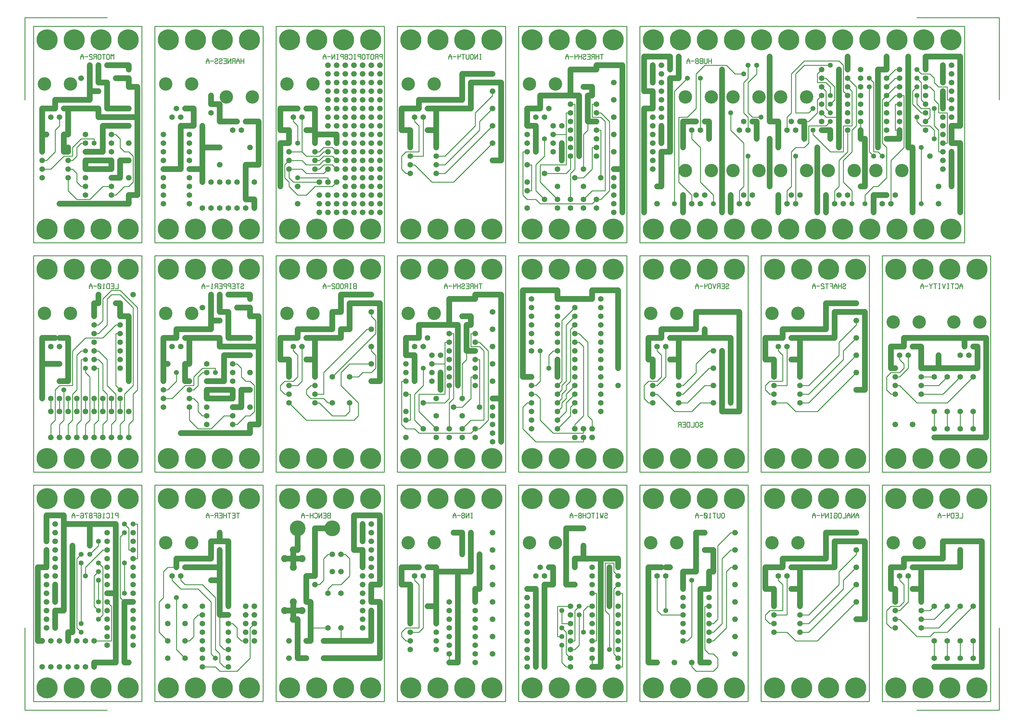
<source format=gbl>
%MOIN*%
%FSLAX25Y25*%
G04 D10 used for Character Trace; *
G04     Circle (OD=.01000) (No hole)*
G04 D11 used for Power Trace; *
G04     Circle (OD=.06700) (No hole)*
G04 D12 used for Signal Trace; *
G04     Circle (OD=.01100) (No hole)*
G04 D13 used for Via; *
G04     Circle (OD=.05800) (Round. Hole ID=.02800)*
G04 D14 used for Component hole; *
G04     Circle (OD=.06500) (Round. Hole ID=.03500)*
G04 D15 used for Component hole; *
G04     Circle (OD=.06600) (Round. Hole ID=.04200)*
G04 D16 used for Component hole; *
G04     Circle (OD=.08200) (Round. Hole ID=.05200)*
G04 D17 used for Component hole; *
G04     Circle (OD=.08950) (Round. Hole ID=.05950)*
G04 D18 used for Component hole; *
G04     Circle (OD=.11600) (Round. Hole ID=.08600)*
G04 D19 used for Component hole; *
G04     Circle (OD=.15500) (Round. Hole ID=.12500)*
G04 D20 used for Component hole; *
G04     Circle (OD=.18200) (Round. Hole ID=.15200)*
G04 D21 used for Component hole; *
G04     Circle (OD=.24300) (Round. Hole ID=.21300)*
%ADD10C,.01000*%
%ADD11C,.06700*%
%ADD12C,.01100*%
%ADD13C,.05800*%
%ADD14C,.06500*%
%ADD15C,.06600*%
%ADD16C,.08200*%
%ADD17C,.08950*%
%ADD18C,.11600*%
%ADD19C,.15500*%
%ADD20C,.18200*%
%ADD21C,.24300*%
%IPPOS*%
%LPD*%
G90*X0Y0D02*D12*X10000Y10000D02*X135000D01*       
Y260000D01*X10000D01*Y10000D01*D21*               
X25625Y25625D03*D14*X50000Y50000D03*X40000D03*    
X30000D03*X20000D03*D21*X56875Y25625D03*D14*      
X60000Y50000D03*X70000D03*X80000Y80000D03*D12*    
X100000D01*Y120000D01*X95000Y125000D01*D14*D03*   
X105000Y115000D03*D11*Y55000D01*X100000D01*D14*   
D03*D11*X80000D01*Y50000D01*D14*D03*              
X95000Y75000D03*D21*X88125Y25625D03*D14*          
X50000Y80000D03*D11*Y90000D01*X55000D01*D14*D03*  
D11*Y150000D01*D14*D03*D11*Y190000D01*D15*D03*D13*
X65000Y180000D03*D12*X60000Y175000D01*Y95000D01*  
X65000Y90000D01*D13*D03*D14*X60000Y80000D03*D13*  
X65000Y100000D03*D12*Y170000D01*D13*D03*D12*      
X70000Y155000D02*Y165000D01*D13*Y155000D03*D12*   
X80000Y120000D02*Y155000D01*X85000Y115000D02*     
X80000Y120000D01*D13*X85000Y115000D03*D12*        
Y105000D02*X90000Y110000D01*D13*X85000Y105000D03* 
D12*X90000Y110000D02*Y165000D01*X85000Y170000D01* 
D13*D03*X75000Y180000D03*D12*X85000Y190000D01*    
Y195000D01*D13*D03*D14*X95000Y185000D03*D12*      
X90000D01*X70000Y165000D01*X80000Y155000D02*      
X85000Y160000D01*D13*D03*D14*X95000Y155000D03*D13*
X85000Y150000D03*D12*Y125000D01*D13*D03*D14*      
X95000Y115000D03*Y135000D03*D11*X105000D01*       
Y115000D01*X115000Y55000D02*Y125000D01*Y55000D02* 
X120000D01*D14*D03*X125000Y75000D03*Y85000D03*D21*
X119375Y25625D03*D14*X95000Y85000D03*             
X125000Y95000D03*X95000D03*X70000Y80000D03*       
X125000Y105000D03*X95000D03*X125000Y115000D03*    
Y125000D03*D11*X115000D01*D12*X110000Y130000D01*  
Y200000D01*X115000Y205000D01*D13*D03*D12*         
X120000Y185000D02*Y210000D01*Y185000D02*          
X125000D01*D14*D03*Y195000D03*Y175000D03*D12*     
X130000D01*Y215000D01*X125000D01*D13*D03*D12*     
X120000Y210000D02*X115000Y215000D01*D13*D03*D14*  
X125000Y205000D03*D11*X105000Y135000D02*          
Y215000D01*D14*X95000Y145000D03*D13*              
X115000Y135000D03*D12*Y170000D01*D13*D03*D14*     
X125000Y165000D03*Y155000D03*X95000Y175000D03*    
Y165000D03*X125000Y145000D03*X95000Y195000D03*    
X125000Y135000D03*X95000Y205000D03*D15*           
X75000Y190000D03*D11*Y215000D01*X45000D01*        
Y115000D01*X35000D01*D15*D03*D11*Y105000D01*D15*  
D03*D11*Y95000D01*D15*D03*X25000Y105000D03*       
Y95000D03*D14*X20000Y80000D03*D11*X15000D01*      
Y165000D01*X25000D01*D15*D03*D11*Y175000D01*D15*  
D03*D11*Y185000D01*D15*D03*X35000Y175000D03*      
Y195000D03*Y185000D03*X25000Y195000D03*D11*       
Y205000D01*D15*D03*D11*Y215000D01*D15*D03*D11*    
Y225000D01*X45000D01*Y215000D01*D10*              
X107511Y222129D02*Y227871D01*X105000D01*          
X104163Y226914D01*Y225957D01*X105000Y225000D01*   
X107511D01*X100837Y222129D02*Y227871D01*          
X101674Y222129D02*X100000D01*X101674Y227871D02*   
X100000D01*X94163Y223086D02*X95000Y222129D01*     
X96674D01*X97511Y223086D01*Y226914D01*            
X96674Y227871D01*X95000D01*X94163Y226914D01*      
X91674D02*X90837Y227871D01*Y222129D01*X91674D02*  
X90000D01*X84163Y226914D02*X85000Y227871D01*      
X86674D01*X87511Y226914D01*Y223086D01*            
X86674Y222129D01*X85000D01*X84163Y223086D01*      
Y224043D01*X85000Y225000D01*X86674D01*            
X87511Y224043D01*X82511Y222129D02*Y227871D01*     
X79163D01*X82511Y225000D02*X80000D01*X76674D02*   
X77511Y225957D01*Y226914D01*X76674Y227871D01*     
X75000D01*X74163Y226914D01*Y225957D01*            
X75000Y225000D01*X76674D01*X77511Y224043D01*      
Y223086D01*X76674Y222129D01*X75000D01*            
X74163Y223086D01*Y224043D01*X75000Y225000D01*     
X72511Y227871D02*X69163D01*X70837Y225000D01*      
Y222129D01*X64163Y226914D02*X65000Y227871D01*     
X66674D01*X67511Y226914D01*Y223086D01*            
X66674Y222129D01*X65000D01*X64163Y223086D01*      
Y224043D01*X65000Y225000D01*X66674D01*            
X67511Y224043D01*X62511Y225000D02*X59163D01*      
X57511Y222129D02*Y225000D01*X55837Y227871D01*     
X54163Y225000D01*Y222129D01*X57511Y225000D02*     
X54163D01*D15*X35000Y205000D03*Y215000D03*D21*    
X56875Y244375D03*D11*X75000Y215000D02*X105000D01* 
D21*X119375Y244375D03*X88125D03*D15*              
X35000Y145000D03*D11*Y135000D01*D15*D03*D11*      
Y125000D01*D15*D03*X25000Y135000D03*Y115000D03*   
Y125000D03*Y145000D03*X35000Y155000D03*X25000D03* 
X35000Y165000D03*D14*X30000Y80000D03*X40000D03*   
D21*X25625Y244375D03*G90*X0Y0D02*D12*             
X150000Y10000D02*X275000D01*Y260000D01*X150000D01*
Y10000D01*D21*X165625Y25625D03*X196875D03*D14*    
X185000Y60000D03*D12*X175000Y70000D01*Y130000D01* 
D13*D03*D14*X185000Y120000D03*X165000D03*D12*     
X180000Y140000D02*X200000D01*X215000Y125000D01*   
Y65000D01*X220000Y60000D01*D13*D03*D12*           
X230000Y50000D02*X225000Y55000D01*                
X230000Y50000D02*X235000D01*D14*D03*D12*          
X225000Y45000D02*X245000D01*X225000D02*           
X220000Y50000D01*X205000D01*D14*D03*Y60000D03*D12*
X225000Y65000D02*X220000Y70000D01*                
X225000Y55000D02*Y65000D01*D14*X235000Y60000D03*  
Y70000D03*D12*X230000D01*X225000Y75000D01*        
Y110000D01*D11*X235000D01*D14*D03*Y120000D03*D11* 
Y150000D01*D14*D03*D11*Y195000D01*X225000D01*     
X215000D01*Y175000D01*X175000D01*Y165000D01*D14*  
D03*D12*X165000D01*X160000Y160000D01*Y130000D01*  
X155000Y125000D01*Y90000D01*X165000Y80000D01*D14* 
D03*X185000Y100000D03*Y80000D03*D12*X190000D01*   
X195000Y85000D01*Y105000D01*X200000Y110000D01*    
X205000D01*D14*D03*Y120000D03*Y100000D03*D12*     
X220000Y70000D02*Y130000D01*D14*X205000Y80000D03* 
Y70000D03*X235000Y80000D03*Y90000D03*X205000D03*  
D12*X245000Y45000D02*X260000Y60000D01*Y95000D01*  
X265000Y100000D01*D15*D03*X255000Y110000D03*      
Y90000D03*X265000Y110000D03*X255000Y100000D03*    
X265000Y90000D03*D12*X250000Y80000D02*X255000D01* 
D15*D03*D12*X250000D02*X245000Y85000D01*Y95000D01*
X240000Y100000D01*X235000D01*D14*D03*D11*         
X225000Y110000D02*Y150000D01*X215000D01*D14*D03*  
D11*X225000D02*Y165000D01*X185000D01*D14*D03*     
X180000Y155000D03*D12*Y150000D01*                 
X185000Y145000D01*X205000D01*X220000Y130000D01*   
D15*X255000Y120000D03*D11*X225000Y165000D02*      
Y185000D01*D15*D03*D11*Y195000D02*Y205000D01*D15* 
D03*D10*X245837Y222129D02*Y227871D01*X247511D02*  
X244163D01*X239163Y222129D02*X242511D01*          
Y227871D01*X239163D01*X242511Y225000D02*          
X240000D01*X235837Y222129D02*Y227871D01*          
X237511D02*X234163D01*X232511Y222129D02*          
Y227871D01*X229163Y222129D02*Y227871D01*          
X232511Y225000D02*X229163D01*X224163Y222129D02*   
X227511D01*Y227871D01*X224163D01*                 
X227511Y225000D02*X225000D01*X222511Y222129D02*   
Y227871D01*X220000D01*X219163Y226914D01*          
Y225957D01*X220000Y225000D01*X222511D01*          
X220000D02*X219163Y222129D01*X217511Y225000D02*   
X214163D01*X212511Y222129D02*Y225000D01*          
X210837Y227871D01*X209163Y225000D01*Y222129D01*   
X212511Y225000D02*X209163D01*D19*                 
X192500Y193500D03*D21*X259375Y244375D03*          
X228125D03*X196875D03*D12*X180000Y140000D02*      
X170000Y150000D01*Y155000D01*D14*D03*D19*         
X162500Y193500D03*D14*X165000Y100000D03*D21*      
X165625Y244375D03*D15*X265000Y80000D03*Y120000D03*
D14*X165000Y60000D03*D21*X228125Y25625D03*        
X259375D03*G90*X0Y0D02*D12*X290000Y10000D02*      
X415000D01*Y260000D01*X290000D01*Y10000D01*D21*   
X305625Y25625D03*X336875D03*D15*X325000Y60000D03* 
D11*X315000D01*Y105000D01*X310000D01*D16*D03*D11* 
Y115000D01*X300000D01*D16*D03*X310000Y125000D03*  
D11*Y115000D01*X320000D01*D16*D03*D11*            
X330000Y95000D02*Y125000D01*Y80000D02*Y95000D01*  
X325000Y80000D02*X330000D01*D15*X325000D03*D12*   
X330000Y95000D02*X350000D01*D14*D03*D11*          
X345000Y80000D02*X365000D01*D15*X345000D03*D11*   
X365000D02*X400000D01*Y95000D01*D15*D03*D11*      
Y105000D01*D15*D03*D11*Y115000D01*D15*D03*D11*    
X410000Y60000D02*Y125000D01*X345000Y60000D02*     
X410000D01*D15*X345000D03*D12*X365000Y80000D02*   
Y95000D01*D14*D03*D15*X390000D03*Y105000D03*      
Y115000D03*Y125000D03*D11*X325000D02*X330000D01*  
X325000D02*Y155000D01*X335000D01*Y185000D01*D15*  
D03*D11*Y210000D01*X355000D01*D20*D03*D11*        
X380000Y185000D02*X390000D01*D15*D03*D11*         
Y175000D01*D15*D03*D11*Y165000D01*D15*D03*        
X400000Y155000D03*Y175000D03*Y165000D03*          
X390000Y155000D03*D12*X375000D02*Y175000D01*      
X365000Y145000D02*X375000Y155000D01*              
X355000Y145000D02*X365000D01*X350000Y140000D02*   
X355000Y145000D01*X350000Y135000D02*Y140000D01*   
D14*Y135000D03*D12*X335000Y145000D02*X340000D01*  
D15*X335000D03*D12*X340000D02*X345000Y150000D01*  
Y175000D01*X350000Y180000D01*X355000D01*D14*D03*  
X365000D03*D12*X370000D01*X375000Y175000D01*D11*  
X380000Y185000D02*Y225000D01*X410000D01*          
Y145000D01*X400000D01*D15*D03*D11*Y135000D01*D15* 
D03*D11*Y125000D01*D15*D03*D11*X410000D01*D15*    
X390000Y145000D03*Y135000D03*D14*                 
X365000Y160000D03*Y135000D03*X355000Y160000D03*   
D15*X400000Y185000D03*Y195000D03*X390000D03*D11*  
Y205000D01*D15*D03*D11*Y215000D01*D15*D03*        
X400000Y205000D03*Y215000D03*D21*                 
X399375Y244375D03*X368125D03*X336875D03*D10*      
X352511Y222129D02*Y227871D01*X350000D01*          
X349163Y226914D01*Y225957D01*X350000Y225000D01*   
X349163Y224043D01*Y223086D01*X350000Y222129D01*   
X352511D01*Y225000D02*X350000D01*                 
X344163Y222129D02*X347511D01*Y227871D01*          
X344163D01*X347511Y225000D02*X345000D01*          
X342511Y222129D02*Y227871D01*X339163Y222129D01*   
Y227871D01*X334163Y223086D02*X335000Y222129D01*   
X336674D01*X337511Y223086D01*Y226914D01*          
X336674Y227871D01*X335000D01*X334163Y226914D01*   
X332511Y222129D02*Y227871D01*X329163Y222129D02*   
Y227871D01*X332511Y225000D02*X329163D01*          
X327511D02*X324163D01*X322511Y222129D02*          
Y225000D01*X320837Y227871D01*X319163Y225000D01*   
Y222129D01*X322511Y225000D02*X319163D01*D16*      
X320000Y175000D03*D11*X310000D01*Y165000D01*D16*  
D03*X300000Y175000D03*D11*X310000D01*Y185000D01*  
D16*D03*D11*X315000D01*Y210000D01*D20*D03*D21*    
X305625Y244375D03*D15*X305000Y80000D03*Y60000D03* 
D21*X368125Y25625D03*X399375D03*G90*X0Y0D02*D12*  
X430000Y10000D02*X555000D01*Y260000D01*X430000D01*
Y10000D01*D21*X445625Y25625D03*X476875D03*D14*    
X475000Y70000D03*X445000D03*X490000Y55000D03*D11* 
X500000D01*Y140000D01*D14*D03*D11*Y160000D01*     
X475000D01*Y120000D01*Y100000D01*D14*D03*         
Y90000D03*X490000Y85000D03*Y115000D03*Y95000D03*  
Y105000D03*D12*X455000Y90000D02*X460000Y95000D01* 
X445000Y90000D02*X455000D01*D14*X445000D03*D12*   
X435000D02*X440000Y95000D01*X435000Y85000D02*     
Y90000D01*X440000Y80000D02*X435000Y85000D01*      
X440000Y80000D02*X445000D01*D14*D03*D12*          
X460000Y95000D02*Y155000D01*D14*D03*              
X465000Y165000D03*D11*X475000D01*Y160000D01*D14*  
X455000Y165000D03*D11*X435000D01*Y145000D01*      
X445000D01*Y120000D01*D14*D03*D11*Y100000D01*D14* 
D03*D12*X440000Y95000D02*X455000D01*Y145000D01*   
X450000Y150000D01*Y155000D01*D14*D03*             
X465000Y120000D03*D11*X475000D01*D14*             
X490000Y125000D03*D11*X505000Y160000D02*          
X515000D01*D15*X505000D03*D11*X500000D01*         
X515000D02*Y205000D01*D15*D03*D11*                
X505000Y180000D02*Y205000D01*D15*Y180000D03*D13*  
X525000D03*D11*Y140000D01*X520000D01*D14*D03*D11* 
Y125000D01*D14*D03*Y115000D03*D15*                
X540000Y105000D03*Y145000D03*Y125000D03*D14*      
X520000Y105000D03*Y95000D03*D15*X540000Y165000D03*
D14*X520000Y85000D03*D15*X540000D03*D14*          
X475000Y80000D03*X490000Y75000D03*X520000D03*     
X490000Y65000D03*D12*Y55000D01*D14*X520000D03*    
Y65000D03*D21*X508125Y25625D03*X539375D03*D15*    
X540000Y65000D03*Y185000D03*D19*X472500Y193500D03*
X442500D03*D15*X540000Y205000D03*D11*X495000D02*  
X505000D01*D15*X495000D03*D10*X515837Y222129D02*  
Y227871D01*X516674Y222129D02*X515000D01*          
X516674Y227871D02*X515000D01*X512511Y222129D02*   
Y227871D01*X509163Y222129D01*Y227871D01*          
X506674Y225000D02*X507511Y225957D01*Y226914D01*   
X506674Y227871D01*X505000D01*X504163Y226914D01*   
Y225957D01*X505000Y225000D01*X506674D01*          
X507511Y224043D01*Y223086D01*X506674Y222129D01*   
X505000D01*X504163Y223086D01*Y224043D01*          
X505000Y225000D01*X502511D02*X499163D01*          
X497511Y222129D02*Y225000D01*X495837Y227871D01*   
X494163Y225000D01*Y222129D01*X497511Y225000D02*   
X494163D01*D21*X508125Y244375D03*X476875D03*      
X539375D03*X445625D03*G90*X0Y0D02*D12*            
X570000Y10000D02*X695000D01*Y260000D01*X570000D01*
Y10000D01*D21*X585625Y25625D03*D14*               
X600000Y50000D03*D11*Y60000D01*D14*D03*D11*       
Y70000D01*D14*D03*D11*Y80000D01*D14*D03*D11*      
Y90000D01*D14*D03*D11*Y100000D01*D14*D03*D11*     
Y110000D01*D14*D03*D11*Y120000D01*D14*D03*D11*    
Y145000D01*X610000D01*Y165000D01*X605000D01*D14*  
D03*X600000Y155000D03*X595000Y165000D03*          
X590000Y155000D03*D11*X625000Y145000D02*          
X635000D01*D14*D03*D11*X625000D02*Y175000D01*D13* 
D03*D11*Y210000D01*X645000D01*D15*D03*D10*        
X669163Y226914D02*X670000Y227871D01*X671674D01*   
X672511Y226914D01*Y225957D01*X671674Y225000D01*   
X670000D01*X669163Y224043D01*Y223086D01*          
X670000Y222129D01*X671674D01*X672511Y223086D01*   
X667511Y227871D02*X666674Y222129D01*              
X665837Y225000D01*X665000Y222129D01*              
X664163Y227871D01*X660837Y222129D02*Y227871D01*   
X661674Y222129D02*X660000D01*X661674Y227871D02*   
X660000D01*X655837Y222129D02*Y227871D01*          
X657511D02*X654163D01*X649163Y223086D02*          
X650000Y222129D01*X651674D01*X652511Y223086D01*   
Y226914D01*X651674Y227871D01*X650000D01*          
X649163Y226914D01*X647511Y222129D02*Y227871D01*   
X644163Y222129D02*Y227871D01*X647511Y225000D02*   
X644163D01*X641674D02*X642511Y225957D01*          
Y226914D01*X641674Y227871D01*X640000D01*          
X639163Y226914D01*Y225957D01*X640000Y225000D01*   
X641674D01*X642511Y224043D01*Y223086D01*          
X641674Y222129D01*X640000D01*X639163Y223086D01*   
Y224043D01*X640000Y225000D01*X637511D02*          
X634163D01*X632511Y222129D02*Y225000D01*          
X630837Y227871D01*X629163Y225000D01*Y222129D01*   
X632511Y225000D02*X629163D01*D15*                 
X645000Y190000D03*D11*Y175000D01*X635000D01*      
Y165000D01*D14*D03*D11*X645000Y175000D02*         
X665000D01*Y50000D01*X655000D01*D14*D03*D12*      
Y60000D01*D14*D03*Y70000D03*D12*X635000D02*       
X640000Y75000D01*X630000Y70000D02*X635000D01*D14* 
X630000D03*D12*Y60000D02*X625000Y65000D01*D14*    
X630000Y60000D03*D12*X625000Y65000D02*Y90000D01*  
X620000Y95000D01*D13*D03*D12*Y100000D02*          
X630000D01*D14*D03*D13*X640000Y110000D03*D12*     
Y75000D01*X630000Y80000D02*X635000D01*D14*        
X630000D03*D12*X635000D02*Y115000D01*             
X640000Y120000D01*D13*D03*D12*X645000Y90000D02*   
Y115000D01*D13*Y90000D03*D14*X655000Y80000D03*D12*
X660000D01*Y135000D01*X655000D01*D14*D03*         
Y145000D03*D12*X645000Y115000D02*                 
X650000Y120000D01*X655000D01*D14*D03*Y110000D03*  
D12*X675000D02*X670000Y115000D01*X675000Y70000D02*
Y110000D01*D13*Y70000D03*D12*X685000Y60000D02*    
X680000Y65000D01*D14*X685000Y60000D03*D12*        
X680000Y65000D02*Y140000D01*X685000Y145000D01*D14*
D03*Y155000D03*D12*X680000Y160000D01*Y170000D01*  
X670000D01*Y115000D01*D13*X675000Y120000D03*D11*  
Y165000D01*D13*D03*D11*X685000D02*Y175000D01*D14* 
Y165000D03*D11*X665000Y175000D02*X685000D01*D14*  
X655000Y165000D03*Y155000D03*X685000Y135000D03*   
D12*X690000D01*Y50000D01*X685000D01*D14*D03*      
Y70000D03*D21*X679375Y25625D03*D14*               
X685000Y80000D03*D21*X648125Y25625D03*D14*        
X685000Y90000D03*X655000D03*X685000Y100000D03*    
X655000D03*X630000Y90000D03*Y50000D03*D12*        
X625000D01*X620000Y55000D01*Y75000D01*D13*D03*    
Y85000D03*D12*X615000D01*Y120000D01*X630000D01*   
D14*D03*Y110000D03*D13*X620000Y115000D03*D12*     
Y100000D01*D14*X590000Y70000D03*D11*Y60000D01*D14*
D03*D11*Y50000D01*D14*D03*D15*X580000Y60000D03*   
Y50000D03*D11*X590000Y70000D02*Y80000D01*D14*D03* 
D11*Y90000D01*D14*D03*D11*Y100000D01*D14*D03*D11* 
Y110000D01*D14*D03*D11*Y120000D01*D14*D03*D11*    
Y140000D01*X580000D01*D15*D03*Y130000D03*         
Y120000D03*Y110000D03*Y100000D03*Y90000D03*D19*   
X612500Y193500D03*X582500D03*D15*X580000Y80000D03*
Y70000D03*D21*X679375Y244375D03*X648125D03*       
X616875D03*D14*X685000Y110000D03*Y120000D03*D21*  
X585625Y244375D03*X616875Y25625D03*G90*X0Y0D02*   
D12*X710000Y10000D02*X835000D01*Y260000D01*       
X710000D01*Y10000D01*D21*X725625Y25625D03*D15*    
X750000Y55000D03*X730000D03*D11*X720000D01*       
Y140000D01*D13*D03*D11*Y165000D01*X735000D01*D14* 
D03*D11*X740000D02*X745000D01*D14*D03*            
X740000Y155000D03*D12*Y115000D01*D13*D03*D12*     
X735000Y110000D02*X760000D01*D14*D03*Y120000D03*  
Y100000D03*Y130000D03*Y90000D03*D12*              
X735000Y110000D02*X730000Y115000D01*Y155000D01*   
D14*D03*X760000Y140000D03*D11*Y160000D01*         
X775000D01*D14*D03*D11*Y205000D01*X785000D01*D15* 
D03*D12*X800000Y105000D02*Y190000D01*             
X795000Y100000D02*X800000Y105000D01*              
X790000Y100000D02*X795000D01*D14*X790000D03*      
Y110000D03*Y90000D03*D12*X795000D01*              
X805000Y100000D01*Y175000D01*X815000Y185000D01*   
X820000D01*D15*D03*D12*X800000Y190000D02*         
X815000Y205000D01*X820000D01*D15*D03*D11*         
X795000Y160000D02*Y185000D01*D14*Y160000D03*D11*  
X790000D01*Y140000D01*D14*D03*D11*X780000D01*     
Y55000D01*X790000D01*D15*D03*D12*X795000Y45000D02*
X800000Y50000D01*X775000Y45000D02*X795000D01*     
X775000D02*X770000Y50000D01*Y55000D01*D15*D03*D12*
X790000Y65000D02*X785000Y70000D01*                
X790000Y65000D02*X795000D01*X800000Y60000D01*     
Y50000D01*D15*X820000Y65000D03*D12*               
X785000Y70000D02*Y120000D01*X790000D01*D14*D03*   
Y130000D03*D12*X795000Y80000D02*X810000Y95000D01* 
X790000Y80000D02*X795000D01*D14*X790000D03*D12*   
X765000D02*X770000Y85000D01*X760000Y80000D02*     
X765000D01*D14*X760000D03*D12*X770000Y85000D02*   
Y150000D01*D13*D03*D11*X785000Y185000D02*         
X795000D01*D15*X785000D03*D12*X810000Y95000D02*   
Y160000D01*D15*X820000Y85000D03*Y105000D03*       
Y125000D03*Y145000D03*D12*X810000Y160000D02*      
X815000Y165000D01*X820000D01*D15*D03*D10*         
X804163Y223086D02*X805000Y222129D01*X806674D01*   
X807511Y223086D01*Y226914D01*X806674Y227871D01*   
X805000D01*X804163Y226914D01*Y223086D01*          
X799163Y227871D02*Y223086D01*X800000Y222129D01*   
X801674D01*X802511Y223086D01*Y227871D01*          
X795837Y222129D02*Y227871D01*X797511D02*          
X794163D01*X791674Y226914D02*X790837Y227871D01*   
Y222129D01*X791674D02*X790000D01*                 
X784163Y223086D02*X785000Y222129D01*X786674D01*   
X787511Y223086D01*Y226914D01*X786674Y227871D01*   
X785000D01*X784163Y226914D01*Y223086D01*          
X787511Y222129D02*X784163Y227871D01*              
X782511Y225000D02*X779163D01*X777511Y222129D02*   
Y225000D01*X775837Y227871D01*X774163Y225000D01*   
Y222129D01*X777511Y225000D02*X774163D01*D19*      
X752500Y193500D03*D21*X819375Y244375D03*          
X788125D03*X756875D03*X725625D03*D19*             
X722500Y193500D03*D21*X756875Y25625D03*X788125D03*
X819375D03*G90*X0Y0D02*D12*X850000Y10000D02*      
X975000D01*Y260000D01*X850000D01*Y10000D01*D21*   
X865625Y25625D03*X896875D03*D12*X890000Y80000D02* 
X915000D01*X890000D02*X880000Y90000D01*X865000D01*
D14*D03*Y100000D03*D12*X860000D01*                
X855000Y105000D01*Y110000D01*X860000Y115000D01*   
X875000D01*Y145000D01*X870000Y150000D01*          
Y155000D01*D14*D03*X875000Y165000D03*D11*         
X855000D01*Y140000D01*X865000D01*D14*D03*D11*     
Y120000D01*D14*D03*Y110000D03*D12*X880000D01*     
Y155000D01*D14*D03*X885000Y165000D03*D11*         
X895000D01*Y140000D01*Y120000D01*D14*D03*D12*     
Y110000D02*X905000D01*D14*X895000D03*D12*         
Y100000D02*X905000D01*D14*X895000D03*D12*         
Y90000D02*X905000D01*D14*X895000D03*D12*          
X905000Y100000D02*X945000Y140000D01*Y150000D01*   
X960000Y165000D01*D15*D03*D12*X940000Y160000D02*  
X960000Y180000D01*X940000Y145000D02*Y160000D01*   
X905000Y110000D02*X940000Y145000D01*              
X905000Y90000D02*X960000Y145000D01*D15*D03*       
Y125000D03*D12*X915000Y80000D01*D15*              
X960000Y105000D03*D11*X970000D01*Y195000D01*      
X935000D01*Y165000D01*X925000D01*D15*D03*D11*     
X895000D01*X875000D02*Y175000D01*X925000D01*      
Y185000D01*D15*D03*D11*Y205000D01*X960000D01*D15* 
D03*Y185000D03*D12*Y180000D01*D10*                
X962511Y222129D02*Y225000D01*X960837Y227871D01*   
X959163Y225000D01*Y222129D01*X962511Y225000D02*   
X959163D01*X957511Y222129D02*Y227871D01*          
X954163Y222129D01*Y227871D01*X952511Y222129D02*   
Y225000D01*X950837Y227871D01*X949163Y225000D01*   
Y222129D01*X952511Y225000D02*X949163D01*          
X947511Y227871D02*Y222129D01*X944163D01*          
X939163Y223086D02*X940000Y222129D01*X941674D01*   
X942511Y223086D01*Y226914D01*X941674Y227871D01*   
X940000D01*X939163Y226914D01*Y223086D01*          
X934163D02*X935000Y222129D01*X936674D01*          
X937511Y223086D01*Y226914D01*X936674Y227871D01*   
X935000D01*X934163Y226914D01*X935837Y225000D02*   
X934163D01*Y222129D01*X930837D02*Y227871D01*      
X931674Y222129D02*X930000D01*X931674Y227871D02*   
X930000D01*X927511Y222129D02*Y227871D01*          
X924163Y222129D01*Y227871D01*X920000D02*          
Y222129D01*X922511Y227871D02*Y225000D01*          
X919163D01*X917511D02*X914163D01*                 
X912511Y222129D02*Y225000D01*X910837Y227871D01*   
X909163Y225000D01*Y222129D01*X912511Y225000D02*   
X909163D01*D21*X896875Y244375D03*X959375D03*      
X928125D03*D11*X885000Y140000D02*X895000D01*D14*  
X885000D03*D19*X892500Y193500D03*X862500D03*D21*  
X865625Y244375D03*X928125Y25625D03*X959375D03*G90*
X0Y0D02*D12*X990000Y10000D02*X1115000D01*         
Y260000D01*X990000D01*Y10000D01*D21*              
X1005625Y25625D03*X1036875D03*D14*                
X1050000Y50000D03*D11*X1065000D01*D14*D03*D11*    
X1080000D01*D14*D03*D11*X1095000D01*D14*D03*D11*  
X1105000D01*Y195000D01*X1060000D01*Y185000D01*D15*
D03*D11*Y175000D01*X1015000D01*Y165000D01*D14*D03*
D11*X1000000D01*Y140000D01*X1005000D01*D14*D03*   
D11*Y125000D01*D14*D03*D12*X1000000Y120000D02*    
X1010000D01*X995000Y115000D02*X1000000Y120000D01* 
X995000Y100000D02*Y115000D01*X1000000Y95000D02*   
X995000Y100000D01*X1000000Y95000D02*X1005000D01*  
D14*D03*D12*X1030000Y85000D02*X1010000Y105000D01* 
X1030000Y85000D02*X1045000D01*X1050000Y90000D01*  
X1065000D01*X1095000Y120000D01*D14*D03*           
X1080000D03*D12*X1055000Y95000D01*X1035000D01*D14*
D03*Y105000D03*D12*X1050000D01*X1065000Y120000D01*
D14*D03*X1050000D03*D12*X1045000Y115000D01*       
X1035000D01*D14*D03*Y125000D03*D11*Y140000D01*    
X1025000D01*D14*D03*D12*X1015000Y125000D02*       
Y145000D01*X1010000Y120000D02*X1015000Y125000D01* 
D14*X1005000Y115000D03*D12*X1010000D01*           
X1020000Y125000D01*Y155000D01*D14*D03*            
X1025000Y165000D03*D11*X1035000D01*Y140000D01*D12*
X1015000Y145000D02*X1010000Y150000D01*Y155000D01* 
D14*D03*D11*X1035000Y165000D02*X1080000D01*       
Y185000D01*D15*D03*D10*X1082511Y227871D02*        
Y222129D01*X1079163D01*X1074163D02*X1077511D01*   
Y227871D01*X1074163D01*X1077511Y225000D02*        
X1075000D01*X1072511Y222129D02*Y227871D01*        
X1070000D01*X1069163Y226914D01*Y223086D01*        
X1070000Y222129D01*X1072511D01*X1065000Y227871D02*
Y222129D01*X1067511Y227871D02*Y225000D01*         
X1064163D01*X1062511D02*X1059163D01*              
X1057511Y222129D02*Y225000D01*X1055837Y227871D01* 
X1054163Y225000D01*Y222129D01*X1057511Y225000D02* 
X1054163D01*D19*X1032500Y193500D03*D21*           
X1099375Y244375D03*X1068125D03*X1036875D03*       
X1005625D03*D19*X1002500Y193500D03*D14*           
X1005000Y105000D03*D12*X1010000D01*D14*           
X1050000Y80000D03*D12*Y60000D01*D14*D03*          
X1065000D03*D12*Y80000D01*D14*D03*X1080000D03*D12*
Y60000D01*D14*D03*X1095000D03*D12*Y80000D01*D14*  
D03*D21*X1068125Y25625D03*X1099375D03*G90*X0Y0D02*
D12*X10000Y275000D02*X135000D01*X10000D02*        
Y525000D01*X135000D01*Y275000D01*D21*             
X119375Y290625D03*D15*X120000Y315000D03*D12*      
Y330000D01*X125000Y335000D01*Y365000D01*          
X130000Y370000D01*Y465000D01*X110000Y485000D01*   
X100000D01*X90000Y475000D01*Y450000D01*           
X85000Y445000D01*X80000D01*D14*D03*Y455000D03*D11*
Y470000D01*X85000D01*D14*D03*D11*Y480000D01*D14*  
D03*D10*X107511Y492871D02*Y487129D01*X104163D01*  
X99163D02*X102511D01*Y492871D01*X99163D01*        
X102511Y490000D02*X100000D01*X97511Y487129D02*    
Y492871D01*X95000D01*X94163Y491914D01*Y488086D01* 
X95000Y487129D01*X97511D01*X91674Y491914D02*      
X90837Y492871D01*Y487129D01*X91674D02*X90000D01*  
X84163Y488086D02*X85000Y487129D01*X86674D01*      
X87511Y488086D01*Y491914D01*X86674Y492871D01*     
X85000D01*X84163Y491914D01*Y488086D01*            
X87511Y487129D02*X84163Y492871D01*                
X82511Y490000D02*X79163D01*X77511Y487129D02*      
Y490000D01*X75837Y492871D01*X74163Y490000D01*     
Y487129D01*X77511Y490000D02*X74163D01*D12*        
X95000Y445000D02*Y475000D01*X85000Y435000D02*     
X95000Y445000D01*X80000Y435000D02*X85000D01*D14*  
X80000D03*D12*X70000Y430000D02*X90000D01*         
X55000Y415000D02*X70000Y430000D01*                
X55000Y375000D02*Y415000D01*X40000Y375000D02*     
X55000D01*X35000Y370000D02*X40000Y375000D01*      
X35000Y335000D02*Y370000D01*X30000Y330000D02*     
X35000Y335000D01*X30000Y315000D02*Y330000D01*D15* 
Y315000D03*X40000D03*D12*Y330000D01*              
X45000Y335000D01*Y370000D01*D13*D03*D12*          
X55000Y335000D02*Y365000D01*X50000Y330000D02*     
X55000Y335000D01*X50000Y315000D02*Y330000D01*D15* 
Y315000D03*X60000D03*D12*Y330000D01*              
X65000Y335000D01*Y405000D01*X70000D01*D13*D03*D14*
X80000Y395000D03*D12*X85000D01*Y335000D01*        
X80000Y330000D01*Y315000D01*D15*D03*X90000D03*D12*
Y330000D01*X95000Y335000D01*Y365000D01*           
X90000Y370000D01*Y400000D01*X85000Y405000D01*     
X80000D01*D14*D03*D13*X70000Y415000D03*D12*       
X65000D01*X60000Y410000D01*Y370000D01*            
X55000Y365000D01*D14*X60000Y360000D03*D12*        
Y345000D01*D15*D03*X70000D03*D12*Y360000D01*D14*  
D03*X80000D03*D12*Y345000D01*D15*D03*D12*         
X70000Y330000D02*X75000Y335000D01*                
X70000Y315000D02*Y330000D01*D15*Y315000D03*D12*   
X75000Y335000D02*Y385000D01*X70000Y390000D01*     
Y395000D01*D13*D03*D12*X95000Y405000D02*          
X85000Y415000D01*X95000Y375000D02*Y405000D01*     
X105000Y365000D02*X95000Y375000D01*               
X105000Y335000D02*Y365000D01*X100000Y330000D02*   
X105000Y335000D01*X100000Y315000D02*Y330000D01*   
D15*Y315000D03*X110000D03*D12*Y330000D01*         
X115000Y335000D01*Y365000D01*X125000Y375000D01*   
Y465000D01*X110000Y480000D01*X100000D01*          
X95000Y475000D01*D14*X105000Y470000D03*D11*       
X110000D01*Y455000D01*D14*D03*D11*X120000D01*     
Y380000D01*D14*D03*D13*X110000Y370000D03*D12*     
X105000Y375000D01*Y435000D01*X110000D01*D14*D03*  
Y445000D03*D12*X105000D01*X90000Y430000D01*D14*   
X80000Y425000D03*Y415000D03*D12*X85000D01*D14*    
X110000Y395000D03*Y405000D03*Y415000D03*          
Y425000D03*D11*X40000Y380000D02*X50000D01*D15*    
X40000D03*D11*X50000D02*Y430000D01*X45000D01*D14* 
D03*D11*X40000D01*D14*X35000D03*D11*X20000D01*    
Y400000D01*Y360000D01*D14*D03*X30000D03*D12*      
Y345000D01*D15*D03*X40000D03*D12*Y360000D01*D14*  
D03*X50000D03*D12*Y345000D01*D15*D03*X90000D03*   
D12*Y360000D01*D14*D03*X100000D03*D12*Y345000D01* 
D15*D03*X110000D03*D12*Y360000D01*D14*D03*D15*    
X120000Y345000D03*D14*X40000Y420000D03*D21*       
X56875Y290625D03*D15*X40000Y400000D03*D11*        
X20000D01*D14*X30000Y420000D03*D19*               
X52500Y458500D03*X22500D03*D14*X125000Y480000D03* 
D21*X119375Y509375D03*X88125D03*X56875D03*        
X25625D03*Y290625D03*X88125D03*G90*X0Y0D02*D12*   
X150000Y275000D02*X275000D01*X150000D02*          
Y525000D01*X275000D01*Y275000D01*D21*             
X259375Y290625D03*D13*X230000Y320000D03*D11*      
X180000D01*D13*D03*D12*X200000Y325000D02*         
X190000Y335000D01*X200000Y325000D02*X215000D01*   
X230000Y340000D01*X240000D01*D14*D03*D11*         
Y350000D02*X250000D01*D14*X240000D03*D11*         
X250000D02*Y370000D01*X260000D01*D15*D03*D12*     
X265000Y345000D02*Y375000D01*X260000Y340000D02*   
X265000Y345000D01*X255000Y340000D02*X260000D01*   
X245000Y330000D02*X255000Y340000D01*              
X240000Y330000D02*X245000D01*D14*X240000D03*D11*  
X230000Y320000D02*X260000D01*Y330000D01*D15*D03*  
D11*X270000D01*Y420000D01*X225000D01*Y430000D01*  
D15*D03*D11*X190000D01*Y400000D01*X185000D01*D14* 
D03*D11*Y380000D01*X190000D01*D14*D03*D12*        
X185000Y375000D02*X195000D01*X170000Y360000D02*   
X185000Y375000D01*X160000Y360000D02*X170000D01*   
D14*X160000D03*D12*Y370000D02*X165000D01*D14*     
X160000D03*D12*X165000D02*X175000Y380000D01*      
Y390000D01*D13*D03*D14*X165000Y400000D03*D11*     
X160000D01*Y380000D01*D14*D03*D11*Y400000D02*     
Y430000D01*X175000D01*D14*D03*D11*Y440000D01*     
X215000D01*Y450000D01*X225000D01*D15*D03*D11*     
X235000Y430000D02*Y460000D01*D13*Y430000D03*D11*  
X260000D01*D15*D03*D11*X270000Y420000D02*         
Y455000D01*X260000D01*D15*D03*D11*Y465000D01*     
X245000D01*D15*D03*D11*X225000Y460000D02*         
X235000D01*X225000D02*Y480000D01*D15*D03*         
X235000D03*D11*X260000D01*Y475000D01*D15*D03*D21* 
X259375Y509375D03*X228125D03*D15*                 
X215000Y480000D03*D11*Y450000D01*D15*             
X205000Y465000D03*D19*X192500Y458500D03*D11*      
X185000Y430000D02*X190000D01*D14*X185000D03*      
X180000Y420000D03*X170000D03*D19*                 
X162500Y458500D03*D14*X210000Y400000D03*D12*      
X220000Y390000D02*Y395000D01*D13*Y390000D03*D12*  
X205000Y395000D02*X220000D01*X195000Y385000D02*   
X205000Y395000D01*X195000Y375000D02*Y385000D01*   
D14*X190000Y370000D03*D12*X195000D01*             
X200000Y375000D01*Y385000D01*X205000Y390000D01*   
X210000D01*D14*D03*Y380000D03*D11*X230000D01*     
Y410000D01*X260000D01*D15*D03*D12*                
X250000Y385000D02*Y395000D01*X255000Y380000D02*   
X250000Y385000D01*X255000Y380000D02*X260000D01*   
X265000Y375000D01*D15*X260000Y390000D03*D12*      
X250000Y395000D02*X245000Y400000D01*X240000D01*   
D14*D03*Y390000D03*Y380000D03*X210000Y370000D03*  
D11*Y360000D01*D14*D03*D11*X240000D01*D14*D03*D11*
Y370000D01*D14*D03*D11*X210000D01*D12*            
X200000Y345000D02*Y355000D01*X205000Y340000D02*   
X200000Y345000D01*X205000Y340000D02*X210000D01*   
D14*D03*Y350000D03*Y330000D03*D12*                
X200000Y355000D02*X195000Y360000D01*X190000D01*   
D14*D03*Y350000D03*D12*Y335000D01*D14*            
X160000Y350000D03*D21*X165625Y290625D03*          
X196875D03*X228125D03*D15*X260000Y350000D03*D10*  
X249163Y491914D02*X250000Y492871D01*X251674D01*   
X252511Y491914D01*Y490957D01*X251674Y490000D01*   
X250000D01*X249163Y489043D01*Y488086D01*          
X250000Y487129D01*X251674D01*X252511Y488086D01*   
X245837Y487129D02*Y492871D01*X247511D02*          
X244163D01*X239163Y487129D02*X242511D01*          
Y492871D01*X239163D01*X242511Y490000D02*          
X240000D01*X237511Y487129D02*Y492871D01*          
X235000D01*X234163Y491914D01*Y490957D01*          
X235000Y490000D01*X237511D01*X232511Y487129D02*   
Y492871D01*X230000D01*X229163Y491914D01*          
Y490957D01*X230000Y490000D01*X232511D01*          
X224163Y487129D02*X227511D01*Y492871D01*          
X224163D01*X227511Y490000D02*X225000D01*          
X222511Y487129D02*Y492871D01*X220000D01*          
X219163Y491914D01*Y490957D01*X220000Y490000D01*   
X222511D01*X220000D02*X219163Y487129D01*          
X216674Y491914D02*X215837Y492871D01*Y487129D01*   
X216674D02*X215000D01*X212511Y490000D02*          
X209163D01*X207511Y487129D02*Y490000D01*          
X205837Y492871D01*X204163Y490000D01*Y487129D01*   
X207511Y490000D02*X204163D01*D21*                 
X196875Y509375D03*X165625D03*G90*X0Y0D02*D12*     
X290000Y275000D02*X415000D01*Y525000D01*          
X290000D01*Y275000D01*D21*X305625Y290625D03*      
X336875D03*D12*X325000Y335000D02*X380000D01*      
X385000Y340000D01*Y355000D01*X365000Y375000D01*   
Y390000D01*X375000Y400000D01*X400000D01*D15*D03*  
D12*Y390000D02*X405000Y395000D01*                 
X390000Y390000D02*X400000D01*X385000Y385000D02*   
X390000Y390000D01*X375000Y385000D02*X385000D01*   
D14*X375000D03*X355000D03*D12*X405000Y435000D01*  
Y450000D01*X400000Y455000D01*Y460000D01*D15*D03*  
D11*X410000Y380000D02*Y470000D01*                 
X400000Y380000D02*X410000D01*D15*X400000D03*D12*  
X405000Y395000D02*Y410000D01*X400000Y415000D01*   
Y420000D01*D15*D03*Y440000D03*D12*X395000D01*     
X345000Y390000D01*Y365000D01*X335000D01*D14*D03*  
D12*X330000Y360000D02*X345000D01*                 
X350000Y355000D01*X355000D01*D14*D03*D12*         
Y340000D02*X370000D01*X355000D02*                 
X340000Y355000D01*X335000D01*D14*D03*D12*         
X330000Y360000D02*X325000Y365000D01*Y370000D01*   
X330000Y375000D01*X335000D01*D14*D03*Y385000D03*  
D11*Y405000D01*X325000D01*D14*D03*D12*            
X315000Y385000D02*Y410000D01*X310000Y380000D02*   
X315000Y385000D01*X300000Y380000D02*X310000D01*   
X295000Y375000D02*X300000Y380000D01*              
X295000Y370000D02*Y375000D01*X300000Y365000D02*   
X295000Y370000D01*X300000Y365000D02*X305000D01*   
D14*D03*D12*Y375000D02*X315000D01*D14*X305000D03* 
D12*X315000D02*X320000Y380000D01*Y420000D01*D14*  
D03*X325000Y430000D03*D11*X335000D01*Y405000D01*  
D12*X315000Y410000D02*X310000Y415000D01*          
Y420000D01*D14*D03*X315000Y430000D03*D11*         
X295000D01*Y405000D01*X305000D01*D14*D03*D11*     
Y385000D01*D14*D03*Y355000D03*D12*                
X325000Y335000D01*D21*X368125Y290625D03*D12*      
X370000Y340000D02*X375000Y345000D01*Y355000D01*   
D14*D03*D21*X399375Y290625D03*D11*                
X335000Y430000D02*X365000D01*X315000D02*          
Y440000D01*X355000D01*Y460000D01*X365000D01*D15*  
D03*D11*Y480000D01*X400000D01*D15*D03*D11*        
X375000Y470000D02*X410000D01*X375000Y440000D02*   
Y470000D01*X365000Y440000D02*X375000D01*D15*      
X365000D03*D11*Y430000D01*D19*X332500Y458500D03*  
X302500D03*D10*X382511Y487129D02*Y492871D01*      
X380000D01*X379163Y491914D01*Y490957D01*          
X380000Y490000D01*X379163Y489043D01*Y488086D01*   
X380000Y487129D01*X382511D01*Y490000D02*          
X380000D01*X375837Y487129D02*Y492871D01*          
X376674Y487129D02*X375000D01*X376674Y492871D02*   
X375000D01*X372511Y487129D02*Y492871D01*          
X370000D01*X369163Y491914D01*Y490957D01*          
X370000Y490000D01*X372511D01*X370000D02*          
X369163Y487129D01*X364163Y488086D02*              
X365000Y487129D01*X366674D01*X367511Y488086D01*   
Y491914D01*X366674Y492871D01*X365000D01*          
X364163Y491914D01*Y488086D01*X362511Y487129D02*   
Y492871D01*X360000D01*X359163Y491914D01*          
Y488086D01*X360000Y487129D01*X362511D01*          
X357511Y491914D02*X356674Y492871D01*X355000D01*   
X354163Y491914D01*Y490957D01*X355000Y490000D01*   
X356674D01*X357511Y489043D01*Y487129D01*          
X354163D01*X352511Y490000D02*X349163D01*          
X347511Y487129D02*Y490000D01*X345837Y492871D01*   
X344163Y490000D01*Y487129D01*X347511Y490000D02*   
X344163D01*D21*X399375Y509375D03*X368125D03*      
X336875D03*X305625D03*G90*X0Y0D02*D12*            
X430000Y275000D02*X555000D01*Y525000D01*          
X430000D01*Y275000D01*D21*X445625Y290625D03*D14*  
X440000Y315000D03*D12*X455000Y320000D02*          
X515000D01*X520000Y325000D01*D14*D03*D12*         
X525000D01*X535000Y335000D01*Y415000D01*          
X525000Y425000D01*X520000D01*D14*D03*D12*         
X530000Y415000D02*X525000Y420000D01*              
X530000Y335000D02*Y415000D01*X515000Y335000D02*   
X530000D01*X505000Y325000D02*X515000Y335000D01*   
D14*X505000Y325000D03*Y315000D03*X520000D03*      
X505000Y340000D03*X490000Y325000D03*D12*          
Y355000D01*X495000Y360000D01*Y435000D01*          
X490000D01*D14*D03*D11*X500000Y415000D02*         
Y445000D01*D13*Y415000D03*D11*Y375000D01*D13*D03* 
D14*X490000Y385000D03*Y375000D03*D12*Y360000D01*  
X485000Y355000D01*X460000D01*D14*D03*D12*         
X450000Y335000D02*Y365000D01*X460000Y325000D02*   
X450000Y335000D01*D14*X460000Y325000D03*D12*      
X455000Y320000D02*X450000Y325000D01*X440000D01*   
X435000Y330000D01*Y380000D01*X440000D01*D14*D03*  
D13*X450000D03*D11*Y410000D01*X440000D01*D14*D03* 
D11*Y430000D01*X455000D01*D14*D03*D11*Y445000D01* 
X490000D01*X500000D01*D15*X505000Y455000D03*D11*  
X515000D01*Y445000D01*X510000D01*Y415000D01*D12*  
Y405000D01*X505000Y400000D01*Y360000D01*D14*D03*  
X495000Y350000D03*D12*X505000D01*                 
X515000Y360000D01*Y385000D01*X520000D01*D14*D03*  
Y395000D03*Y375000D03*D15*X540000Y380000D03*D12*  
X525000Y350000D02*Y405000D01*D14*Y350000D03*      
X540000Y340000D03*Y350000D03*Y360000D03*D11*      
X550000D01*Y340000D01*D14*D03*D11*Y330000D01*D14* 
D03*D11*Y320000D01*D14*D03*D11*Y310000D01*D14*D03*
X540000Y320000D03*Y310000D03*D21*                 
X539375Y290625D03*D14*X540000Y330000D03*D21*      
X508125Y290625D03*D11*X550000Y360000D02*          
Y480000D01*X540000D01*D15*D03*D11*X520000D01*     
Y475000D01*X505000D01*D15*D03*D11*X490000D01*     
Y445000D01*D19*X472500Y458500D03*D12*             
X485000Y400000D02*Y425000D01*Y365000D02*          
Y400000D01*X455000Y365000D02*X485000D01*          
X455000Y345000D02*Y365000D01*X475000Y325000D02*   
X455000Y345000D01*D14*X475000Y325000D03*          
Y315000D03*X490000D03*X475000Y340000D03*D12*      
X440000Y335000D02*X445000D01*D14*X440000D03*D12*  
X445000D02*Y365000D01*X440000D01*D14*D03*D12*     
X450000D02*X460000Y375000D01*Y395000D01*D13*D03*  
D14*X470000Y390000D03*Y400000D03*D12*X485000D01*  
D14*X490000Y395000D03*Y405000D03*                 
X480000Y390000D03*D11*Y370000D01*D13*D03*D14*     
X470000Y380000D03*X475000Y360000D03*              
X440000Y400000D03*Y390000D03*X480000Y410000D03*   
X470000D03*X440000Y345000D03*X520000Y405000D03*   
D12*X525000D01*D14*X520000Y415000D03*D11*         
X510000D01*D12*X515000Y420000D02*X525000D01*      
X515000D02*Y435000D01*X520000D01*D14*D03*D15*     
X540000Y420000D03*Y440000D03*Y460000D03*D14*      
X490000Y425000D03*D12*X485000D01*D14*             
X490000Y415000D03*X465000Y430000D03*              
X460000Y420000D03*X450000D03*D19*                 
X442500Y458500D03*D15*X540000Y400000D03*D10*      
X525837Y487129D02*Y492871D01*X527511D02*          
X524163D01*X522511Y487129D02*Y492871D01*          
X519163Y487129D02*Y492871D01*X522511Y490000D02*   
X519163D01*X517511Y487129D02*Y492871D01*          
X515000D01*X514163Y491914D01*Y490957D01*          
X515000Y490000D01*X517511D01*X515000D02*          
X514163Y487129D01*X509163D02*X512511D01*          
Y492871D01*X509163D01*X512511Y490000D02*          
X510000D01*X504163Y491914D02*X505000Y492871D01*   
X506674D01*X507511Y491914D01*Y490957D01*          
X506674Y490000D01*X505000D01*X504163Y489043D01*   
Y488086D01*X505000Y487129D01*X506674D01*          
X507511Y488086D01*X502511Y487129D02*Y492871D01*   
X499163Y487129D02*Y492871D01*X502511Y490000D02*   
X499163D01*X495000Y492871D02*Y487129D01*          
X497511Y492871D02*Y490000D01*X494163D01*          
X492511D02*X489163D01*X487511Y487129D02*          
Y490000D01*X485837Y492871D01*X484163Y490000D01*   
Y487129D01*X487511Y490000D02*X484163D01*D21*      
X539375Y509375D03*X508125D03*X476875D03*          
X445625D03*X476875Y290625D03*G90*X0Y0D02*D12*     
X570000Y275000D02*X695000D01*Y525000D01*          
X570000D01*Y275000D01*D21*X585625Y290625D03*D12*  
X590000Y310000D02*X645000D01*Y315000D01*D15*D03*  
D12*X610000Y320000D02*X645000D01*X610000D02*      
X595000Y335000D01*Y360000D01*X590000Y365000D01*   
X585000D01*D14*D03*D12*Y375000D02*X590000D01*D14* 
X585000D03*D12*X590000D02*X595000Y380000D01*      
Y415000D01*D13*D03*D14*X585000Y425000D03*D12*     
X605000Y395000D02*Y410000D01*D13*Y395000D03*D14*  
X615000Y385000D03*D11*Y405000D01*D14*D03*D12*     
X605000Y410000D02*X610000Y415000D01*X615000D01*   
D14*D03*Y425000D03*X635000Y395000D03*Y435000D03*  
D12*X640000D01*X650000Y425000D01*Y340000D01*      
X655000Y335000D01*Y325000D01*D15*D03*X645000D03*  
D12*Y320000D01*X635000Y325000D02*Y330000D01*D15*  
Y325000D03*D12*Y330000D02*X645000Y340000D01*      
Y420000D01*X640000Y425000D01*X635000D01*D14*D03*  
Y415000D03*D12*X630000Y380000D02*Y440000D01*      
X625000Y375000D02*X630000Y380000D01*              
X625000Y370000D02*Y375000D01*X620000Y365000D02*   
X625000Y370000D01*X620000Y360000D02*Y365000D01*   
X615000Y355000D02*X620000Y360000D01*D14*          
X615000Y355000D03*D12*Y345000D02*                 
X620000Y350000D01*D14*X615000Y345000D03*D12*      
X620000Y350000D02*Y355000D01*X625000Y360000D01*   
Y365000D01*X635000Y375000D01*D14*D03*D12*         
X620000D02*X625000Y380000D01*X620000Y370000D02*   
Y375000D01*X615000Y365000D02*X620000Y370000D01*   
D14*X615000Y365000D03*D12*X625000Y345000D02*      
Y355000D01*X615000Y335000D02*X625000Y345000D01*   
D14*X615000Y335000D03*Y325000D03*D12*             
X630000Y340000D01*Y350000D01*X635000Y355000D01*   
D14*D03*Y365000D03*D12*X625000Y355000D01*D14*     
X635000Y345000D03*X615000Y375000D03*D12*          
X620000Y380000D01*Y450000D01*X635000Y465000D01*   
D14*D03*Y475000D03*D11*X615000D01*D14*D03*D11*    
Y485000D01*X575000D01*Y385000D01*X585000D01*D14*  
D03*D12*X575000Y350000D02*X580000Y355000D01*      
X575000Y325000D02*Y350000D01*X590000Y310000D02*   
X575000Y325000D01*D14*X585000D03*D21*             
X616875Y290625D03*D14*X585000Y335000D03*          
Y345000D03*D15*X635000Y315000D03*D14*             
X585000Y355000D03*D12*X580000D01*                 
X625000Y380000D02*Y445000D01*X635000Y455000D01*   
D14*D03*Y445000D03*D12*X630000Y440000D01*D14*     
X615000Y455000D03*Y445000D03*Y435000D03*          
Y465000D03*X665000Y405000D03*Y475000D03*          
Y415000D03*D11*X635000Y475000D02*X655000D01*      
Y485000D01*X685000D01*Y395000D01*D14*D03*         
X665000Y375000D03*Y395000D03*X685000Y375000D03*   
X665000Y385000D03*Y365000D03*Y425000D03*          
Y355000D03*Y435000D03*Y345000D03*                 
X635000Y405000D03*Y385000D03*X665000Y445000D03*   
Y455000D03*Y465000D03*D15*X655000Y315000D03*D14*  
X585000Y475000D03*Y465000D03*Y455000D03*          
Y445000D03*Y435000D03*Y415000D03*D21*             
X648125Y290625D03*X679375D03*Y509375D03*          
X648125D03*X616875D03*X585625D03*G90*X0Y0D02*D12* 
X710000Y275000D02*X835000D01*Y525000D01*          
X710000D01*Y275000D01*D21*X725625Y290625D03*      
X756875D03*D10*X779163Y331914D02*                 
X780000Y332871D01*X781674D01*X782511Y331914D01*   
Y330957D01*X781674Y330000D01*X780000D01*          
X779163Y329043D01*Y328086D01*X780000Y327129D01*   
X781674D01*X782511Y328086D01*X774163D02*          
X775000Y327129D01*X776674D01*X777511Y328086D01*   
Y331914D01*X776674Y332871D01*X775000D01*          
X774163Y331914D01*Y328086D01*X772511Y332871D02*   
Y327129D01*X769163D01*X767511D02*Y332871D01*      
X765000D01*X764163Y331914D01*Y328086D01*          
X765000Y327129D01*X767511D01*X759163D02*          
X762511D01*Y332871D01*X759163D01*                 
X762511Y330000D02*X760000D01*X757511Y327129D02*   
Y332871D01*X755000D01*X754163Y331914D01*          
Y330957D01*X755000Y330000D01*X757511D01*          
X755000D02*X754163Y327129D01*D12*                 
X750000Y345000D02*X770000D01*X750000D02*          
X730000Y365000D01*X725000D01*D14*D03*D12*         
X715000Y360000D02*Y375000D01*X720000Y355000D02*   
X715000Y360000D01*X720000Y355000D02*X725000D01*   
D14*D03*D12*Y375000D02*X730000D01*D14*X725000D03* 
D12*X720000Y380000D02*X730000D01*                 
X715000Y375000D02*X720000Y380000D01*D14*          
X725000Y385000D03*D11*Y405000D01*D14*D03*D11*     
X720000D01*Y430000D01*X735000D01*D14*D03*D11*     
Y440000D01*X775000D01*Y460000D01*X785000D01*D15*  
D03*D11*X825000D01*Y345000D01*X805000D01*         
Y355000D01*D15*D03*D11*Y375000D01*D15*D03*D11*    
Y395000D01*D15*D03*D11*Y415000D01*D15*D03*        
X815000D03*D11*Y395000D01*D15*D03*D11*Y375000D01* 
D15*D03*D11*Y355000D01*D15*D03*X795000Y375000D03* 
D12*X785000D01*X765000Y355000D01*X755000D01*D14*  
D03*D12*Y365000D02*X760000D01*D14*X755000D03*D12* 
X760000D02*X790000Y395000D01*X795000D01*D15*D03*  
D11*X815000Y415000D02*Y430000D01*X785000D01*      
X755000D01*Y405000D01*Y385000D01*D14*D03*         
Y375000D03*D12*X760000D01*X775000Y390000D01*      
Y400000D01*X790000Y415000D01*X795000D01*D15*D03*  
D11*X785000Y430000D02*Y440000D01*D15*D03*D11*     
X745000Y430000D02*X755000D01*D14*X745000D03*      
X740000Y420000D03*D12*Y385000D01*                 
X730000Y375000D01*Y380000D02*X735000Y385000D01*   
Y410000D01*X730000Y415000D01*Y420000D01*D14*D03*  
X745000Y405000D03*D11*X755000D01*D12*             
X770000Y345000D02*X780000Y355000D01*X795000D01*   
D15*D03*D21*X788125Y290625D03*X819375D03*D19*     
X752500Y458500D03*X722500D03*D10*                 
X809163Y491914D02*X810000Y492871D01*X811674D01*   
X812511Y491914D01*Y490957D01*X811674Y490000D01*   
X810000D01*X809163Y489043D01*Y488086D01*          
X810000Y487129D01*X811674D01*X812511Y488086D01*   
X804163Y487129D02*X807511D01*Y492871D01*          
X804163D01*X807511Y490000D02*X805000D01*          
X802511Y487129D02*Y492871D01*X800000D01*          
X799163Y491914D01*Y490957D01*X800000Y490000D01*   
X802511D01*X800000D02*X799163Y487129D01*          
X797511Y492871D02*X795837Y487129D01*              
X794163Y492871D01*X789163Y488086D02*              
X790000Y487129D01*X791674D01*X792511Y488086D01*   
Y491914D01*X791674Y492871D01*X790000D01*          
X789163Y491914D01*Y488086D01*X785000Y492871D02*   
Y487129D01*X787511Y492871D02*Y490000D01*          
X784163D01*X782511D02*X779163D01*                 
X777511Y487129D02*Y490000D01*X775837Y492871D01*   
X774163Y490000D01*Y487129D01*X777511Y490000D02*   
X774163D01*D21*X819375Y509375D03*X788125D03*      
X756875D03*X725625D03*G90*X0Y0D02*D12*            
X850000Y275000D02*X975000D01*Y525000D01*          
X850000D01*Y275000D01*D21*X865625Y290625D03*      
X896875D03*D12*X890000Y345000D02*X915000D01*      
X890000D02*X880000Y355000D01*X865000D01*D14*D03*  
Y365000D03*D12*X860000D01*X855000Y370000D01*      
Y375000D01*X860000Y380000D01*X875000D01*          
Y410000D01*X870000Y415000D01*Y420000D01*D14*D03*  
X875000Y430000D03*D11*X855000D01*Y405000D01*      
X865000D01*D14*D03*D11*Y385000D01*D14*D03*        
Y375000D03*D12*X880000D01*Y420000D01*D14*D03*     
X885000Y430000D03*D11*X895000D01*Y405000D01*      
Y385000D01*D14*D03*D12*Y375000D02*X905000D01*D14* 
X895000D03*D12*Y365000D02*X905000D01*D14*         
X895000D03*D12*Y355000D02*X905000D01*D14*         
X895000D03*D12*X905000Y365000D02*                 
X945000Y405000D01*Y415000D01*X960000Y430000D01*   
D15*D03*D12*X940000Y425000D02*X960000Y445000D01*  
X940000Y410000D02*Y425000D01*X905000Y375000D02*   
X940000Y410000D01*X905000Y355000D02*              
X960000Y410000D01*D15*D03*Y390000D03*D12*         
X915000Y345000D01*D15*X960000Y370000D03*D11*      
X970000D01*Y460000D01*X935000D01*Y430000D01*      
X925000D01*D15*D03*D11*X895000D01*X875000D02*     
Y440000D01*X925000D01*Y450000D01*D15*D03*D11*     
Y470000D01*X960000D01*D15*D03*Y450000D03*D12*     
Y445000D01*D10*X944163Y491914D02*                 
X945000Y492871D01*X946674D01*X947511Y491914D01*   
Y490957D01*X946674Y490000D01*X945000D01*          
X944163Y489043D01*Y488086D01*X945000Y487129D01*   
X946674D01*X947511Y488086D01*X942511Y487129D02*   
Y492871D01*X939163Y487129D02*Y492871D01*          
X942511Y490000D02*X939163D01*X937511Y487129D02*   
Y490000D01*X935837Y492871D01*X934163Y490000D01*   
Y487129D01*X937511Y490000D02*X934163D01*          
X932511Y487129D02*Y492871D01*X929163D01*          
X932511Y490000D02*X930000D01*X925837Y487129D02*   
Y492871D01*X927511D02*X924163D01*                 
X922511Y491914D02*X921674Y492871D01*X920000D01*   
X919163Y491914D01*Y490957D01*X920000Y490000D01*   
X921674D01*X922511Y489043D01*Y487129D01*          
X919163D01*X917511Y490000D02*X914163D01*          
X912511Y487129D02*Y490000D01*X910837Y492871D01*   
X909163Y490000D01*Y487129D01*X912511Y490000D02*   
X909163D01*D21*X896875Y509375D03*X959375D03*      
X928125D03*D11*X885000Y405000D02*X895000D01*D14*  
X885000D03*D19*X892500Y458500D03*X862500D03*D21*  
X865625Y509375D03*X928125Y290625D03*X959375D03*   
G90*X0Y0D02*D12*X990000Y275000D02*X1115000D01*    
Y525000D01*X990000D01*Y275000D01*D21*             
X1005625Y290625D03*X1036875D03*D15*               
X1025000Y330000D03*X1005000D03*D14*               
X1050000Y315000D03*D11*X1065000D01*D14*D03*D11*   
X1080000D01*D14*D03*D11*X1095000D01*D14*D03*D11*  
X1110000D01*Y430000D01*X1085000D01*Y420000D01*D14*
D03*X1080000Y410000D03*X1095000Y420000D03*D11*    
X1100000D01*Y395000D01*X1055000D01*X1035000D01*   
D14*D03*D11*Y420000D01*X1025000D01*D14*D03*D11*   
X1015000D02*Y430000D01*D14*Y420000D03*D11*        
X1000000D01*Y395000D01*X1005000D01*D14*D03*D12*   
X1000000Y390000D02*X1010000D01*X995000Y385000D02* 
X1000000Y390000D01*X995000Y370000D02*Y385000D01*  
X1000000Y365000D02*X995000Y370000D01*             
X1000000Y365000D02*X1005000D01*D14*D03*D12*       
X1030000Y355000D02*X1010000Y375000D01*            
X1030000Y355000D02*X1065000D01*X1095000Y385000D01*
D14*D03*X1080000D03*D12*X1060000Y365000D01*       
X1035000D01*D14*D03*Y375000D03*D12*X1055000D01*   
X1065000Y385000D01*D14*D03*D11*X1055000Y395000D02*
Y410000D01*D14*D03*Y430000D03*D11*X1015000D01*D19*
X1032500Y448500D03*D14*X1010000Y410000D03*D12*    
Y405000D01*X1015000Y400000D01*Y395000D01*         
X1010000Y390000D01*D14*X1005000Y385000D03*D12*    
X1010000D01*X1020000Y395000D01*Y410000D01*D14*D03*
X1035000Y385000D03*D12*X1050000D01*D14*D03*       
Y345000D03*D12*Y325000D01*D14*D03*X1065000D03*D12*
Y345000D01*D14*D03*X1080000D03*D12*Y325000D01*D14*
D03*X1095000D03*D12*Y345000D01*D14*D03*D21*       
X1068125Y290625D03*X1099375D03*D14*               
X1090000Y410000D03*D12*X1005000Y375000D02*        
X1010000D01*D14*X1005000D03*D11*                  
X1055000Y430000D02*X1085000D01*D19*               
X1102500Y448500D03*X1072500D03*D10*               
X1082511Y487129D02*Y490000D01*X1080837Y492871D01* 
X1079163Y490000D01*Y487129D01*X1082511Y490000D02* 
X1079163D01*X1074163Y488086D02*X1075000Y487129D01*
X1076674D01*X1077511Y488086D01*Y491914D01*        
X1076674Y492871D01*X1075000D01*X1074163Y491914D01*
X1070837Y487129D02*Y492871D01*X1072511D02*        
X1069163D01*X1065837Y487129D02*Y492871D01*        
X1066674Y487129D02*X1065000D01*X1066674Y492871D02*
X1065000D01*X1062511D02*X1060837Y487129D01*       
X1059163Y492871D01*X1055837Y487129D02*Y492871D01* 
X1056674Y487129D02*X1055000D01*X1056674Y492871D02*
X1055000D01*X1050837Y487129D02*Y492871D01*        
X1052511D02*X1049163D01*X1047511D02*              
X1045837Y490000D01*X1044163Y492871D01*            
X1045837Y490000D02*Y487129D01*X1042511Y490000D02* 
X1039163D01*X1037511Y487129D02*Y490000D01*        
X1035837Y492871D01*X1034163Y490000D01*Y487129D01* 
X1037511Y490000D02*X1034163D01*D21*               
X1005625Y509375D03*D19*X1002500Y448500D03*D21*    
X1099375Y509375D03*X1068125D03*X1036875D03*G90*   
X0Y0D02*D12*X10000Y540000D02*X135000D01*X10000D02*
Y790000D01*X135000D01*Y540000D01*D21*             
X119375Y555625D03*D14*X90000Y585000D03*D11*       
X40000D01*D14*D03*D12*X60000Y590000D02*           
X50000Y600000D01*X60000Y590000D02*X75000D01*      
X90000Y605000D01*X100000D01*D14*D03*D11*          
Y615000D02*X110000D01*D14*X100000D03*D11*         
X110000D02*Y635000D01*X120000D01*D15*D03*D12*     
X125000Y610000D02*Y640000D01*X120000Y605000D02*   
X125000Y610000D01*X115000Y605000D02*X120000D01*   
X105000Y595000D02*X115000Y605000D01*              
X100000Y595000D02*X105000D01*D14*X100000D03*D11*  
X90000Y585000D02*X120000D01*Y595000D01*D15*D03*   
D11*X130000D01*Y685000D01*X85000D01*Y695000D01*   
D15*D03*D11*X50000D01*Y665000D01*X45000D01*D14*   
D03*D11*Y645000D01*X50000D01*D14*D03*D11*         
Y650000D01*D12*X55000Y640000D02*Y650000D01*       
X45000Y640000D02*X55000D01*X30000Y625000D02*      
X45000Y640000D01*X20000Y625000D02*X30000D01*D14*  
X20000D03*D12*Y635000D02*X25000D01*D14*X20000D03* 
D12*X25000D02*X35000Y645000D01*Y670000D01*        
X40000Y675000D01*Y685000D01*D14*D03*D11*          
X45000Y695000D02*X50000D01*D14*X45000D03*D11*     
X35000D02*Y705000D01*D14*Y695000D03*D11*X20000D01*
Y665000D01*Y645000D01*D14*D03*X25000Y665000D03*   
D11*X20000D01*D14*X30000Y685000D03*               
X50000Y635000D03*D12*X55000D01*X60000Y640000D01*  
Y650000D01*X65000Y655000D01*X70000D01*D14*D03*D12*
X55000Y650000D02*X65000Y660000D01*X80000D01*      
Y655000D01*D13*D03*D11*X70000Y645000D02*X90000D01*
D14*X70000D03*Y635000D03*D11*Y625000D01*D14*D03*  
D11*X100000D01*D14*D03*D11*Y635000D01*D14*D03*D11*
X70000D01*D12*X60000Y610000D02*Y620000D01*        
X65000Y605000D02*X60000Y610000D01*                
X65000Y605000D02*X70000D01*D14*D03*Y615000D03*    
Y595000D03*D12*X60000Y620000D02*X55000Y625000D01* 
X50000D01*D14*D03*Y615000D03*D12*Y600000D01*D14*  
X20000Y615000D03*D11*X90000Y645000D02*Y675000D01* 
X120000D01*D15*D03*D11*X130000Y685000D02*         
Y720000D01*X120000D01*D15*D03*D11*Y730000D01*     
X105000D01*D15*D03*D11*X95000Y695000D02*          
Y725000D01*D14*Y695000D03*D11*X120000D01*D15*D03* 
D14*X100000Y665000D03*D12*X105000D01*             
X110000Y660000D01*Y650000D01*X115000Y645000D01*   
X120000D01*X125000Y640000D01*D15*                 
X120000Y655000D03*D14*X100000D03*Y645000D03*D15*  
X120000Y615000D03*D14*X70000Y665000D03*D11*       
X35000Y705000D02*X75000D01*D19*X52500Y723500D03*  
X22500D03*D15*X65000Y730000D03*X75000Y745000D03*  
D11*Y715000D01*Y705000D01*D15*X85000Y715000D03*   
D11*X75000D01*X85000Y725000D02*X95000D01*         
X85000D02*Y745000D01*D15*D03*X95000D03*D11*       
X120000D01*Y740000D01*D15*D03*D21*                
X119375Y774375D03*X88125D03*D10*X102511Y752129D02*
Y757871D01*X100837Y755957D01*X99163Y757871D01*    
Y752129D01*X94163Y753086D02*X95000Y752129D01*     
X96674D01*X97511Y753086D01*Y756914D01*            
X96674Y757871D01*X95000D01*X94163Y756914D01*      
Y753086D01*X90837Y752129D02*Y757871D01*X92511D02* 
X89163D01*X84163Y753086D02*X85000Y752129D01*      
X86674D01*X87511Y753086D01*Y756914D01*            
X86674Y757871D01*X85000D01*X84163Y756914D01*      
Y753086D01*X82511Y752129D02*Y757871D01*X80000D01* 
X79163Y756914D01*Y755957D01*X80000Y755000D01*     
X82511D01*X80000D02*X79163Y752129D01*             
X77511Y756914D02*X76674Y757871D01*X75000D01*      
X74163Y756914D01*Y755957D01*X75000Y755000D01*     
X76674D01*X77511Y754043D01*Y752129D01*X74163D01*  
X72511Y755000D02*X69163D01*X67511Y752129D02*      
Y755000D01*X65837Y757871D01*X64163Y755000D01*     
Y752129D01*X67511Y755000D02*X64163D01*D21*        
X56875Y774375D03*X25625D03*Y555625D03*X56875D03*  
X88125D03*G90*X0Y0D02*D12*X150000Y540000D02*      
X275000D01*X150000D02*Y790000D01*X275000D01*      
Y540000D01*D21*X259375Y555625D03*D14*             
X235000Y580000D03*X265000D03*D11*Y590000D01*      
X255000D01*Y610000D01*D14*D03*D11*Y630000D01*     
X260000D01*D15*D03*D11*X270000D01*Y680000D01*     
X255000D01*D14*D03*X250000Y670000D03*             
X245000Y680000D03*D11*X225000D01*Y700000D01*      
X215000D01*Y710000D01*D14*D03*D19*                
X232500Y708500D03*D14*X215000Y690000D03*D11*      
X195000Y675000D02*Y695000D01*X180000Y675000D02*   
X195000D01*X180000Y625000D02*Y675000D01*          
X160000Y625000D02*X180000D01*D14*X160000D03*      
Y635000D03*Y615000D03*Y645000D03*Y605000D03*      
X190000Y595000D03*Y655000D03*Y605000D03*          
Y615000D03*Y625000D03*D11*X205000D01*Y610000D01*  
D14*D03*X215000D03*D11*X205000Y625000D02*         
Y650000D01*X225000D01*D15*D03*D14*                
X240000Y670000D03*D11*X205000Y650000D02*          
Y675000D01*D13*D03*D14*X190000Y665000D03*         
X185000Y695000D03*D11*X195000D01*D14*             
X180000Y685000D03*X175000Y695000D03*              
X170000Y685000D03*D19*X162500Y723500D03*          
X192500D03*D14*X160000Y665000D03*Y655000D03*      
X190000Y645000D03*D10*X252511Y747129D02*          
Y752871D01*X249163Y747129D02*Y752871D01*          
X252511Y750000D02*X249163D01*X247511Y747129D02*   
Y750000D01*X245837Y752871D01*X244163Y750000D01*   
Y747129D01*X247511Y750000D02*X244163D01*          
X242511Y747129D02*Y752871D01*X240000D01*          
X239163Y751914D01*Y750957D01*X240000Y750000D01*   
X242511D01*X240000D02*X239163Y747129D01*          
X237511D02*Y752871D01*X234163Y747129D01*          
Y752871D01*X229163Y747129D02*X232511D01*          
Y752871D01*X229163D01*X232511Y750000D02*          
X230000D01*X224163Y751914D02*X225000Y752871D01*   
X226674D01*X227511Y751914D01*Y750957D01*          
X226674Y750000D01*X225000D01*X224163Y749043D01*   
Y748086D01*X225000Y747129D01*X226674D01*          
X227511Y748086D01*X219163Y751914D02*              
X220000Y752871D01*X221674D01*X222511Y751914D01*   
Y750957D01*X221674Y750000D01*X220000D01*          
X219163Y749043D01*Y748086D01*X220000Y747129D01*   
X221674D01*X222511Y748086D01*X217511Y750000D02*   
X214163D01*X212511Y747129D02*Y750000D01*          
X210837Y752871D01*X209163Y750000D01*Y747129D01*   
X212511Y750000D02*X209163D01*D14*                 
X190000Y635000D03*D15*X260000Y650000D03*D19*      
X262500Y708500D03*D15*X225000Y630000D03*D21*      
X259375Y774375D03*X228125D03*X196875D03*          
X165625D03*D14*X225000Y610000D03*X235000D03*      
X245000D03*X265000D03*X160000Y595000D03*          
Y585000D03*X190000D03*X205000Y580000D03*          
X215000D03*X225000D03*X245000D03*X255000D03*D21*  
X165625Y555625D03*X196875D03*X228125D03*G90*      
X0Y0D02*D12*X290000Y540000D02*X415000D01*         
X290000D02*Y790000D01*X415000D01*Y540000D01*D21*  
X399375Y555625D03*D15*X380000Y575000D03*          
X410000D03*X400000D03*X390000D03*                 
X370000Y585000D03*Y575000D03*D21*                 
X368125Y555625D03*D15*X410000Y585000D03*          
X400000D03*X390000D03*X380000D03*                 
X360000Y595000D03*Y585000D03*Y575000D03*          
X410000Y595000D03*X400000D03*X390000D03*          
X380000D03*X370000D03*X350000D03*Y585000D03*      
Y575000D03*X410000Y605000D03*X400000D03*          
X390000D03*X380000D03*X370000D03*D12*X335000D02*  
X355000D01*X325000Y595000D02*X335000Y605000D01*   
X315000Y595000D02*X325000D01*X315000D02*          
X305000Y605000D01*Y610000D01*X300000Y615000D01*   
Y630000D01*X305000Y635000D01*D14*D03*D12*         
X320000D01*X325000Y630000D01*X340000D01*          
X345000Y635000D01*X350000D01*D15*D03*D12*         
X360000Y625000D02*X355000Y630000D01*D15*          
X360000Y625000D03*D12*X345000Y630000D02*          
X355000D01*X340000Y625000D02*X345000Y630000D01*   
X335000Y625000D02*X340000D01*D14*X335000D03*D12*  
X325000Y620000D02*X345000D01*X325000D02*          
X320000Y625000D01*X305000D01*D14*D03*D12*         
Y615000D01*X310000Y610000D01*X340000D01*D15*D03*  
D12*X345000Y620000D02*X350000Y625000D01*D15*D03*  
X360000Y635000D03*D12*X355000Y640000D01*          
X345000D01*X340000Y635000D01*X335000D01*D14*D03*  
D12*X325000Y640000D02*X340000D01*X325000D02*      
X320000Y645000D01*X305000D01*D14*D03*D13*         
X315000Y655000D03*D12*Y675000D01*                 
X310000Y680000D01*Y685000D01*D14*D03*             
X315000Y695000D03*D11*X295000D01*Y670000D01*      
X305000D01*D14*D03*D11*Y655000D01*D14*D03*D11*    
X295000D01*Y605000D01*D14*D03*D15*                
X315000Y585000D03*Y605000D03*D13*Y615000D03*D12*  
X350000D01*Y610000D01*D15*D03*D12*                
X355000Y605000D02*X360000Y610000D01*D15*D03*      
X370000Y615000D03*Y625000D03*X380000Y615000D03*   
Y625000D03*X340000Y595000D03*X380000Y635000D03*   
X340000Y585000D03*X370000Y635000D03*              
X390000Y615000D03*Y625000D03*D12*                 
X340000Y640000D02*X345000Y645000D01*X350000D01*   
D15*D03*D12*X360000D02*X355000Y650000D01*D15*     
X360000Y645000D03*D12*X345000Y650000D02*          
X355000D01*X340000Y645000D02*X345000Y650000D01*   
X335000Y645000D02*X340000D01*D14*X335000D03*      
Y655000D03*D11*Y665000D01*X360000D01*Y655000D01*  
D15*D03*X370000Y645000D03*Y665000D03*Y655000D03*  
X350000D03*X380000Y675000D03*Y645000D03*          
X370000Y675000D03*X380000Y655000D03*              
X360000Y675000D03*X380000Y665000D03*              
X350000Y675000D03*D11*X335000Y665000D02*          
Y670000D01*X325000D01*D14*D03*D11*X335000D02*     
Y695000D01*X325000D01*D14*D03*X320000Y685000D03*  
D12*Y645000D01*D15*X360000Y685000D03*X350000D03*  
X370000Y695000D03*X360000D03*X350000D03*          
X370000Y685000D03*X380000Y705000D03*X370000D03*   
X360000D03*X350000D03*X380000Y685000D03*          
Y695000D03*X390000Y715000D03*X380000D03*          
X370000D03*X360000D03*X350000D03*                 
X390000Y635000D03*Y645000D03*Y655000D03*          
Y665000D03*X340000Y575000D03*X390000Y675000D03*   
Y685000D03*Y695000D03*Y705000D03*                 
X400000Y725000D03*X390000D03*X380000D03*          
X370000D03*X360000D03*X400000Y615000D03*          
X350000Y725000D03*X400000Y625000D03*Y635000D03*   
D19*X332500Y723500D03*D15*X400000Y645000D03*      
Y655000D03*D19*X302500Y723500D03*D15*             
X400000Y665000D03*Y675000D03*Y685000D03*          
Y695000D03*Y705000D03*Y715000D03*                 
X410000Y735000D03*X400000D03*X390000D03*          
X380000D03*X370000D03*X360000D03*                 
X410000Y615000D03*X350000Y735000D03*              
X410000Y625000D03*D21*X305625Y555625D03*D15*      
X410000Y635000D03*Y645000D03*Y655000D03*D21*      
X336875Y555625D03*D15*X410000Y665000D03*          
Y675000D03*Y685000D03*Y695000D03*Y705000D03*      
Y715000D03*Y725000D03*Y745000D03*X400000D03*      
X390000D03*X380000D03*X370000D03*X360000D03*      
X350000D03*D10*X412511Y752129D02*Y757871D01*      
X410000D01*X409163Y756914D01*Y755957D01*          
X410000Y755000D01*X412511D01*X407511Y752129D02*   
Y757871D01*X405000D01*X404163Y756914D01*          
Y755957D01*X405000Y755000D01*X407511D01*          
X405000D02*X404163Y752129D01*X399163Y753086D02*   
X400000Y752129D01*X401674D01*X402511Y753086D01*   
Y756914D01*X401674Y757871D01*X400000D01*          
X399163Y756914D01*Y753086D01*X395837Y752129D02*   
Y757871D01*X397511D02*X394163D01*                 
X389163Y753086D02*X390000Y752129D01*X391674D01*   
X392511Y753086D01*Y756914D01*X391674Y757871D01*   
X390000D01*X389163Y756914D01*Y753086D01*          
X387511Y752129D02*Y757871D01*X385000D01*          
X384163Y756914D01*Y755957D01*X385000Y755000D01*   
X387511D01*X380837Y752129D02*Y757871D01*          
X381674Y752129D02*X380000D01*X381674Y757871D02*   
X380000D01*X374163Y753086D02*X375000Y752129D01*   
X376674D01*X377511Y753086D01*Y756914D01*          
X376674Y757871D01*X375000D01*X374163Y756914D01*   
X371674Y755000D02*X372511Y755957D01*Y756914D01*   
X371674Y757871D01*X370000D01*X369163Y756914D01*   
Y755957D01*X370000Y755000D01*X371674D01*          
X372511Y754043D01*Y753086D01*X371674Y752129D01*   
X370000D01*X369163Y753086D01*Y754043D01*          
X370000Y755000D01*X367511Y752129D02*Y757871D01*   
X365000D01*X364163Y756914D01*Y755957D01*          
X365000Y755000D01*X367511D01*X360837Y752129D02*   
Y757871D01*X361674Y752129D02*X360000D01*          
X361674Y757871D02*X360000D01*X357511Y752129D02*   
Y757871D01*X354163Y752129D01*Y757871D01*          
X352511Y755000D02*X349163D01*X347511Y752129D02*   
Y755000D01*X345837Y757871D01*X344163Y755000D01*   
Y752129D01*X347511Y755000D02*X344163D01*D21*      
X399375Y774375D03*X368125D03*X336875D03*          
X305625D03*G90*X0Y0D02*D12*X430000Y540000D02*     
X555000D01*Y790000D01*X430000D01*Y540000D01*D21*  
X445625Y555625D03*X476875D03*D12*                 
X470000Y610000D02*X495000D01*X470000D02*          
X450000Y630000D01*X445000D01*D14*D03*D12*         
X435000Y625000D02*Y640000D01*X440000Y620000D02*   
X435000Y625000D01*X440000Y620000D02*X445000D01*   
D14*D03*D12*Y640000D02*X460000D01*D14*X445000D03* 
D12*X435000D02*X440000Y645000D01*X455000D01*      
Y675000D01*X450000Y680000D01*Y685000D01*D14*D03*  
X455000Y695000D03*D11*X435000D01*Y670000D01*      
X445000D01*D14*D03*D11*Y650000D01*D14*D03*D12*    
X460000Y640000D02*Y685000D01*D14*D03*             
X465000Y695000D03*D11*X475000D01*Y670000D01*      
Y650000D01*D14*D03*D12*Y640000D02*X485000D01*D14* 
X475000D03*D12*Y630000D02*X485000D01*D14*         
X475000D03*D12*Y620000D02*X485000D01*D14*         
X475000D03*D12*X485000Y630000D02*                 
X525000Y670000D01*Y680000D01*X540000Y695000D01*   
D15*D03*D12*X520000Y690000D02*X540000Y710000D01*  
X520000Y675000D02*Y690000D01*X485000Y640000D02*   
X520000Y675000D01*X485000Y620000D02*              
X540000Y675000D01*D15*D03*Y655000D03*D12*         
X495000Y610000D01*D15*X540000Y635000D03*D11*      
X550000D01*Y725000D01*X515000D01*Y695000D01*      
X505000D01*D15*D03*D11*X475000D01*X455000D02*     
Y705000D01*X505000D01*Y715000D01*D15*D03*D11*     
Y735000D01*X540000D01*D15*D03*Y715000D03*D12*     
Y710000D01*D10*X525837Y752129D02*Y757871D01*      
X526674Y752129D02*X525000D01*X526674Y757871D02*   
X525000D01*X522511Y752129D02*Y757871D01*          
X519163Y752129D01*Y757871D01*X514163Y753086D02*   
X515000Y752129D01*X516674D01*X517511Y753086D01*   
Y756914D01*X516674Y757871D01*X515000D01*          
X514163Y756914D01*Y753086D01*X509163Y757871D02*   
Y753086D01*X510000Y752129D01*X511674D01*          
X512511Y753086D01*Y757871D01*X505837Y752129D02*   
Y757871D01*X507511D02*X504163D01*X500000D02*      
Y752129D01*X502511Y757871D02*Y755000D01*          
X499163D01*X497511D02*X494163D01*                 
X492511Y752129D02*Y755000D01*X490837Y757871D01*   
X489163Y755000D01*Y752129D01*X492511Y755000D02*   
X489163D01*D21*X476875Y774375D03*X539375D03*      
X508125D03*D11*X465000Y670000D02*X475000D01*D14*  
X465000D03*D19*X472500Y723500D03*X442500D03*D21*  
X445625Y774375D03*X508125Y555625D03*X539375D03*   
G90*X0Y0D02*D12*X570000Y540000D02*X695000D01*     
Y790000D01*X570000D01*Y540000D01*D21*             
X585625Y555625D03*D14*X580000Y580000D03*D12*      
X595000Y585000D02*X655000D01*X660000Y590000D01*   
D14*D03*D12*X665000D01*X675000Y600000D01*         
Y680000D01*X665000Y690000D01*X660000D01*D14*D03*  
D12*X670000Y680000D02*X665000Y685000D01*          
X670000Y600000D02*Y680000D01*X655000Y600000D02*   
X670000D01*X645000Y590000D02*X655000Y600000D01*   
D14*X645000Y590000D03*Y580000D03*X660000D03*      
X645000Y605000D03*X630000Y590000D03*D12*          
Y620000D01*X635000Y625000D01*Y700000D01*          
X630000D01*D14*D03*D11*X640000Y680000D02*         
Y710000D01*D13*Y680000D03*D11*Y640000D01*D13*D03* 
D14*X630000Y650000D03*Y640000D03*D12*Y625000D01*  
X625000Y620000D01*X600000D01*D14*D03*D12*         
X590000Y600000D02*Y630000D01*X600000Y590000D02*   
X590000Y600000D01*D14*X600000Y590000D03*D12*      
X595000Y585000D02*X590000Y590000D01*X580000D01*   
X575000Y595000D01*Y645000D01*X580000D01*D14*D03*  
D13*X590000D03*D11*Y675000D01*X580000D01*D14*D03* 
D11*Y695000D01*X595000D01*D14*D03*D11*Y710000D01* 
X630000D01*X640000D01*D15*X645000Y720000D03*D11*  
X655000D01*Y710000D01*X650000D01*Y680000D01*D12*  
Y670000D01*X645000Y665000D01*Y625000D01*D14*D03*  
X635000Y615000D03*D12*X645000D01*                 
X655000Y625000D01*Y650000D01*X660000D01*D14*D03*  
Y660000D03*Y640000D03*D15*X680000Y645000D03*D12*  
X665000Y615000D02*Y670000D01*D14*Y615000D03*      
X680000Y605000D03*Y615000D03*Y625000D03*D11*      
X690000D01*Y605000D01*D14*D03*D11*Y595000D01*D14* 
D03*D11*Y585000D01*D14*D03*D11*Y575000D01*D14*D03*
X680000Y585000D03*Y575000D03*D21*                 
X679375Y555625D03*D14*X680000Y595000D03*D21*      
X648125Y555625D03*D11*X690000Y625000D02*          
Y745000D01*X680000D01*D15*D03*D11*X660000D01*     
Y740000D01*X645000D01*D15*D03*D11*X630000D01*     
Y710000D01*D19*X612500Y723500D03*D12*             
X625000Y665000D02*Y690000D01*Y630000D02*          
Y665000D01*X595000Y630000D02*X625000D01*          
X595000Y610000D02*Y630000D01*X615000Y590000D02*   
X595000Y610000D01*D14*X615000Y590000D03*          
Y580000D03*X630000D03*X615000Y605000D03*D12*      
X580000Y600000D02*X585000D01*D14*X580000D03*D12*  
X585000D02*Y630000D01*X580000D01*D14*D03*D12*     
X590000D02*X600000Y640000D01*Y660000D01*D13*D03*  
D14*X610000Y655000D03*Y665000D03*D12*X625000D01*  
D14*X630000Y660000D03*Y670000D03*                 
X620000Y655000D03*D11*Y635000D01*D13*D03*D14*     
X610000Y645000D03*X615000Y625000D03*              
X580000Y665000D03*Y655000D03*X620000Y675000D03*   
X610000D03*X580000Y610000D03*X660000Y670000D03*   
D12*X665000D01*D14*X660000Y680000D03*D11*         
X650000D01*D12*X655000Y685000D02*X665000D01*      
X655000D02*Y700000D01*X660000D01*D14*D03*D15*     
X680000Y685000D03*Y705000D03*Y725000D03*D14*      
X630000Y690000D03*D12*X625000D01*D14*             
X630000Y680000D03*X605000Y695000D03*              
X600000Y685000D03*X590000D03*D19*                 
X582500Y723500D03*D15*X680000Y665000D03*D10*      
X665837Y752129D02*Y757871D01*X667511D02*          
X664163D01*X662511Y752129D02*Y757871D01*          
X659163Y752129D02*Y757871D01*X662511Y755000D02*   
X659163D01*X657511Y752129D02*Y757871D01*          
X655000D01*X654163Y756914D01*Y755957D01*          
X655000Y755000D01*X657511D01*X655000D02*          
X654163Y752129D01*X649163D02*X652511D01*          
Y757871D01*X649163D01*X652511Y755000D02*          
X650000D01*X644163Y756914D02*X645000Y757871D01*   
X646674D01*X647511Y756914D01*Y755957D01*          
X646674Y755000D01*X645000D01*X644163Y754043D01*   
Y753086D01*X645000Y752129D01*X646674D01*          
X647511Y753086D01*X642511Y752129D02*Y757871D01*   
X639163Y752129D02*Y757871D01*X642511Y755000D02*   
X639163D01*X635000Y757871D02*Y752129D01*          
X637511Y757871D02*Y755000D01*X634163D01*          
X632511D02*X629163D01*X627511Y752129D02*          
Y755000D01*X625837Y757871D01*X624163Y755000D01*   
Y752129D01*X627511Y755000D02*X624163D01*D21*      
X679375Y774375D03*X648125D03*X616875D03*          
X585625D03*X616875Y555625D03*G90*X0Y0D02*D12*     
X710000Y540000D02*X1085000D01*Y790000D01*         
X710000D01*Y540000D01*D21*X725625Y555625D03*D14*  
X715000Y575000D03*D11*Y695000D01*X725000D01*D15*  
D03*D11*Y705000D01*D15*D03*D11*Y715000D01*D15*D03*
D11*X715000D01*Y755000D01*X745000D01*Y740000D01*  
D14*D03*D11*Y730000D02*X755000D01*                
X745000Y665000D02*Y730000D01*D14*Y665000D03*D11*  
Y645000D01*X735000D01*D15*D03*D11*Y635000D01*D15* 
D03*D11*Y625000D01*D15*D03*D11*Y605000D01*        
X730000D01*D15*D03*D13*X750000Y585000D03*D12*     
Y715000D01*X765000Y730000D01*D13*D03*D11*         
X755000D02*Y755000D01*D14*D03*D10*                
X792511Y747129D02*Y752871D01*X789163Y747129D02*   
Y752871D01*X792511Y750000D02*X789163D01*          
X784163Y752871D02*Y748086D01*X785000Y747129D01*   
X786674D01*X787511Y748086D01*Y752871D01*          
X782511Y747129D02*Y752871D01*X780000D01*          
X779163Y751914D01*Y750957D01*X780000Y750000D01*   
X779163Y749043D01*Y748086D01*X780000Y747129D01*   
X782511D01*Y750000D02*X780000D01*X776674D02*      
X777511Y750957D01*Y751914D01*X776674Y752871D01*   
X775000D01*X774163Y751914D01*Y750957D01*          
X775000Y750000D01*X776674D01*X777511Y749043D01*   
Y748086D01*X776674Y747129D01*X775000D01*          
X774163Y748086D01*Y749043D01*X775000Y750000D01*   
X772511D02*X769163D01*X767511Y747129D02*          
Y750000D01*X765837Y752871D01*X764163Y750000D01*   
Y747129D01*X767511Y750000D02*X764163D01*D12*      
X775000Y695000D02*Y735000D01*X765000Y685000D02*   
X775000Y695000D01*X755000Y685000D02*X765000D01*   
X755000Y610000D02*Y685000D01*X770000Y595000D02*   
X755000Y610000D01*X770000Y585000D02*Y595000D01*   
D14*Y585000D03*X760000Y595000D03*D11*Y575000D01*  
D14*D03*X775000Y595000D03*D21*X756875Y555625D03*  
D14*X780000Y585000D03*X785000Y595000D03*D21*      
X788125Y555625D03*D15*X730000Y585000D03*D12*      
X795000Y595000D02*X780000Y610000D01*              
X795000Y585000D02*Y595000D01*D13*Y585000D03*D14*  
X805000Y575000D03*D11*Y650000D01*D14*D03*D11*     
Y680000D01*D14*D03*D11*Y740000D01*D14*D03*D12*    
X820000Y735000D02*X810000Y745000D01*              
X820000Y735000D02*X830000D01*D13*D03*D12*         
Y725000D02*X835000Y730000D01*X830000Y690000D02*   
Y725000D01*X835000Y685000D02*X830000Y690000D01*   
X835000Y670000D02*Y685000D01*D14*Y670000D03*      
X845000Y660000D03*D11*Y680000D01*X840000D01*D14*  
D03*D12*Y685000D02*X850000D01*D13*D03*D14*        
X860000Y680000D03*D11*X870000D01*Y650000D01*D14*  
D03*X860000Y660000D03*D11*Y605000D01*D14*D03*     
X870000Y595000D03*D11*Y575000D01*D14*D03*         
X880000Y585000D03*D12*Y600000D01*                 
X885000Y605000D01*Y645000D01*X890000Y650000D01*   
X900000D01*X905000Y655000D01*Y675000D01*          
X925000D01*X930000Y680000D01*D13*D03*D12*         
X925000Y685000D02*X940000D01*D11*Y670000D01*D13*  
D03*D11*Y650000D01*D14*D03*D12*X930000Y645000D02* 
X945000D01*X930000D02*X910000Y665000D01*          
Y670000D01*D13*D03*D14*X920000Y680000D03*D11*     
X900000Y660000D02*Y680000D01*D14*Y660000D03*      
X890000Y670000D03*D13*X915000Y650000D03*D11*      
Y575000D01*D14*D03*X925000D03*D11*Y595000D01*D14* 
D03*X935000Y585000D03*D12*Y600000D01*             
X940000Y605000D01*Y635000D01*X950000Y645000D01*   
Y670000D01*D14*D03*D12*X945000Y675000D02*         
X955000D01*X945000Y645000D02*Y675000D01*          
Y635000D02*X955000Y645000D01*X945000Y610000D02*   
Y635000D01*X955000Y600000D02*X945000Y610000D01*   
X955000Y585000D02*Y600000D01*D13*Y585000D03*D14*  
X945000D03*X950000Y595000D03*X940000D03*D13*      
X970000Y585000D03*D12*Y595000D01*                 
X980000Y605000D01*X985000D01*X995000Y615000D01*   
Y650000D01*X990000Y655000D01*Y705000D01*          
X995000Y710000D01*D14*D03*D12*X1005000Y720000D01* 
X1010000D01*D14*D03*D12*X995000Y700000D02*        
X1005000Y710000D01*D14*X995000Y700000D03*D12*     
X1005000Y710000D02*X1010000D01*D14*D03*D12*       
X1015000D01*Y650000D01*X1000000Y635000D01*        
Y585000D01*D14*D03*X1005000Y595000D03*            
X990000Y585000D03*X995000Y595000D03*D11*          
X980000D01*Y575000D01*D14*D03*D21*                
X975625Y555625D03*X1006875D03*D11*                
X965000Y605000D02*X970000D01*D14*X965000D03*D11*  
X970000D02*Y660000D01*X965000D01*D14*D03*D11*     
Y670000D01*D14*D03*D12*Y680000D01*D14*D03*D12*    
X955000Y670000D02*X960000Y675000D01*              
X955000Y645000D02*Y670000D01*X980000Y640000D02*   
X975000Y645000D01*D13*X980000Y640000D03*D12*      
X990000D02*X985000Y645000D01*D13*                 
X990000Y640000D03*D12*X980000Y645000D02*          
X985000D01*X980000D02*Y725000D01*                 
X975000Y730000D01*D13*D03*D11*X985000Y650000D02*  
Y740000D01*D14*Y650000D03*X995000Y660000D03*D11*  
X1010000D01*Y670000D01*D14*D03*D12*X1005000D01*   
Y700000D01*X1010000D01*D14*D03*Y690000D03*D12*    
X1025000Y700000D02*Y715000D01*X1035000Y690000D02* 
X1025000Y700000D01*X1035000Y690000D02*X1040000D01*
D14*D03*D12*Y680000D02*X1045000Y685000D01*D14*    
X1040000Y680000D03*D12*X1050000Y670000D02*        
X1045000Y675000D01*X1050000Y660000D02*Y670000D01* 
D13*Y660000D03*D14*X1040000Y670000D03*D15*        
X1060000Y655000D03*D12*X1065000D01*Y690000D01*    
X1055000D01*Y700000D01*X1050000Y705000D01*        
Y715000D01*X1045000Y720000D01*X1040000D01*D14*D03*
D12*X1035000Y705000D02*Y725000D01*                
X1040000Y700000D02*X1035000Y705000D01*D14*        
X1040000Y700000D03*D12*X1045000Y685000D02*        
Y695000D01*X1035000D01*D13*X1050000D03*D12*       
Y675000D01*X1055000Y670000D01*Y645000D01*         
X1060000D01*D15*D03*X1070000Y635000D03*D11*       
Y625000D01*D15*D03*D11*Y605000D01*D14*D03*D15*    
X1055000D03*Y585000D03*X1060000Y625000D03*D11*    
X1070000Y635000D02*Y645000D01*D15*D03*D11*        
X1080000Y575000D02*Y655000D01*D14*Y575000D03*D21* 
X1069375Y555625D03*X1038125D03*D13*               
X1035000Y585000D03*D12*Y650000D01*D13*D03*D14*    
X1045000Y640000D03*X1025000D03*D11*Y575000D01*D14*
D03*D19*X1012500Y623500D03*X982500D03*D15*        
X1060000Y635000D03*D11*X1025000Y640000D02*        
Y650000D01*D14*D03*D11*X1020000D01*Y755000D01*D14*
D03*D12*X995000Y730000D02*X1005000Y740000D01*D14* 
X995000Y730000D03*D12*X1005000Y740000D02*         
X1010000D01*D14*D03*D12*X995000Y720000D02*        
X1005000Y730000D01*D14*X995000Y720000D03*D12*     
X1005000Y730000D02*X1010000D01*D14*D03*D12*       
X1025000Y715000D02*X1030000Y720000D01*D13*D03*D12*
X1035000Y725000D02*X1030000Y730000D01*D13*D03*D12*
X1035000Y735000D02*X1045000D01*X1050000Y730000D01*
Y725000D01*X1055000Y720000D01*X1065000D01*        
Y705000D01*X1070000D01*D15*D03*X1060000Y715000D03*
D11*Y705000D01*D15*D03*D11*Y695000D01*D15*D03*    
X1070000Y685000D03*Y695000D03*X1060000Y685000D03* 
D11*X1070000Y675000D02*X1080000D01*D15*           
X1070000D03*D11*Y665000D01*D15*D03*D11*Y655000D01*
D15*D03*D11*X1080000D01*D15*X1060000Y675000D03*   
Y665000D03*D11*X1080000Y675000D02*Y755000D01*     
X1040000D01*Y740000D01*D14*D03*D12*               
X1035000Y735000D02*X1030000Y740000D01*D13*D03*D14*
X1040000Y730000D03*D15*X1060000Y725000D03*D11*    
Y735000D01*D15*D03*D11*Y745000D01*D15*D03*        
X1070000Y735000D03*Y745000D03*Y725000D03*D21*     
X1069375Y774375D03*D15*X1070000Y715000D03*D21*    
X1038125Y774375D03*D13*X1030000Y710000D03*D12*    
Y700000D01*X1035000Y695000D01*D13*                
X1030000Y685000D03*D12*Y680000D01*                
X1035000Y675000D01*X1045000D01*D14*               
X1010000Y680000D03*X1040000Y710000D03*            
X995000Y690000D03*Y680000D03*Y670000D03*          
Y740000D03*D11*X985000D01*X995000D02*Y755000D01*  
D14*D03*D21*X975625Y774375D03*X1006875D03*D14*    
X965000Y740000D03*Y730000D03*D12*                 
X960000Y675000D02*Y720000D01*X955000Y675000D02*   
Y715000D01*X950000Y720000D01*D14*D03*D12*         
Y710000D02*X945000Y715000D01*D14*                 
X950000Y710000D03*D12*X945000Y715000D02*          
Y745000D01*X940000Y750000D01*X900000D01*          
X885000Y735000D01*Y690000D01*X880000Y685000D01*   
Y670000D01*D14*D03*X885000Y680000D03*X895000D03*  
D11*X900000D01*D12*X905000D01*X915000Y690000D01*  
Y705000D01*X920000Y710000D01*D14*D03*D12*         
X925000Y695000D02*Y715000D01*X930000Y690000D02*   
X925000Y695000D01*D13*X930000Y690000D03*D12*      
X925000Y685000D02*X920000Y690000D01*D14*D03*D13*  
X930000Y700000D03*D12*X935000Y705000D01*          
Y720000D01*X925000Y730000D01*X920000D01*D14*D03*  
D12*X930000Y720000D02*X925000Y725000D01*          
X930000Y710000D02*Y720000D01*D13*Y710000D03*D12*  
X925000Y715000D02*X920000Y720000D01*D14*D03*D12*  
X915000Y725000D02*X925000D01*X915000D02*          
Y735000D01*X920000Y740000D01*D14*D03*D13*         
X930000Y745000D03*D12*X900000D01*                 
X890000Y735000D01*Y690000D01*X905000D01*          
X910000Y695000D01*D13*D03*D14*X920000Y700000D03*  
D19*X902500Y708500D03*D14*X920000Y670000D03*D11*  
X930000D01*Y660000D01*D14*D03*X950000Y680000D03*  
D11*X940000Y685000D02*Y740000D01*D13*D03*D14*     
X950000Y730000D03*D12*X960000Y720000D01*D14*      
X965000D03*Y710000D03*D13*X975000Y720000D03*D12*  
Y645000D01*D19*X957500Y623500D03*D14*             
X965000Y690000D03*D19*X927500Y623500D03*D14*      
X950000Y690000D03*X965000Y700000D03*X950000D03*   
D19*X902500Y623500D03*D14*X895000Y595000D03*D13*  
X890000Y640000D03*D12*Y585000D01*D14*D03*         
X885000Y595000D03*D21*X881875Y555625D03*          
X913125D03*D19*X872500Y623500D03*D21*             
X850625Y555625D03*D19*X847500Y623500D03*D14*      
X840000Y595000D03*D13*X835000Y640000D03*D12*      
Y585000D01*D14*D03*X825000D03*D12*Y600000D01*     
X830000Y605000D01*Y655000D01*X815000Y670000D01*   
Y690000D01*D13*D03*D14*X830000Y680000D03*D19*     
X817500Y708500D03*D12*X840000Y685000D02*          
X835000Y690000D01*Y725000D01*X845000Y735000D01*   
Y745000D01*D13*D03*X835000D03*D12*Y730000D01*D19* 
X847500Y708500D03*D14*X860000Y755000D03*D11*      
Y680000D01*D19*X872500Y708500D03*D14*             
X825000Y670000D03*D19*X817500Y623500D03*D12*      
X785000Y745000D02*X810000D01*X775000Y735000D02*   
X785000Y745000D01*D13*X780000Y730000D03*D12*      
Y670000D01*D14*D03*X790000Y660000D03*D11*         
Y680000D01*X785000D01*D14*D03*X775000D03*D11*     
X760000D01*Y650000D01*D14*D03*D12*X780000D02*     
X770000Y660000D01*X780000Y610000D02*Y650000D01*   
D19*X762500Y623500D03*X792500D03*D14*             
X815000Y575000D03*D11*Y595000D01*D14*D03*         
X830000D03*D21*X819375Y555625D03*D12*             
X770000Y660000D02*Y670000D01*D14*D03*D15*         
X735000Y705000D03*Y695000D03*Y685000D03*          
Y675000D03*D11*Y665000D01*D15*D03*D11*Y655000D01* 
D15*D03*X725000Y665000D03*Y645000D03*Y655000D03*  
Y635000D03*Y675000D03*Y625000D03*Y685000D03*D19*  
X792500Y708500D03*X762500D03*D15*                 
X735000Y715000D03*Y725000D03*X725000D03*D11*      
Y735000D01*D15*D03*D11*Y745000D01*D15*D03*        
X735000Y735000D03*Y745000D03*D21*                 
X756875Y774375D03*X725625D03*X788125D03*          
X819375D03*X850625D03*X881875D03*X913125D03*      
X944375Y555625D03*Y774375D03*D14*                 
X950000Y740000D03*D11*Y755000D01*D14*D03*G90*     
X0Y0D02*D12*X95000D01*X0D02*Y95000D01*G90*Y0D02*  
Y705000D02*Y800000D01*X95000D01*G90*X0Y0D02*      
X1030000D02*X1125000D01*Y95000D01*G90*X0Y0D02*    
X1030000Y800000D02*X1125000D01*Y705000D01*M02*    

</source>
